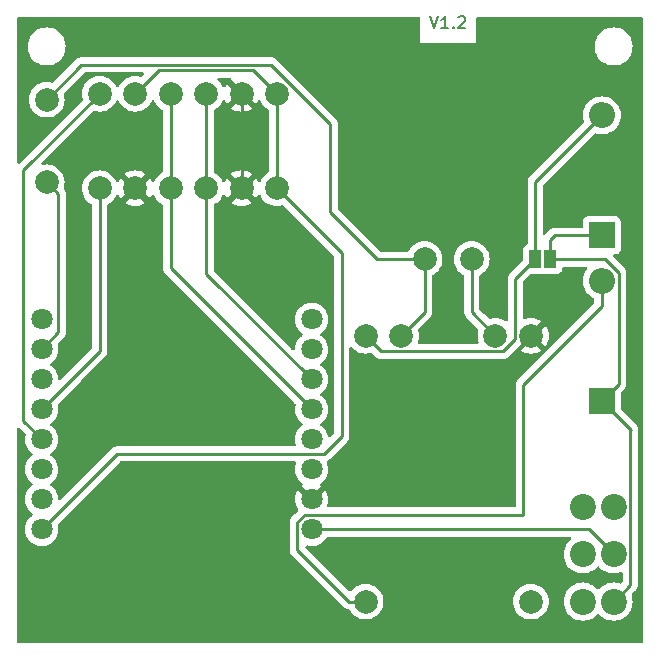
<source format=gtl>
G04 #@! TF.GenerationSoftware,KiCad,Pcbnew,(6.0.0)*
G04 #@! TF.CreationDate,2022-01-19T17:04:22-05:00*
G04 #@! TF.ProjectId,SlimeVRMotherBoard,536c696d-6556-4524-9d6f-74686572426f,V1.2*
G04 #@! TF.SameCoordinates,Original*
G04 #@! TF.FileFunction,Copper,L1,Top*
G04 #@! TF.FilePolarity,Positive*
%FSLAX46Y46*%
G04 Gerber Fmt 4.6, Leading zero omitted, Abs format (unit mm)*
G04 Created by KiCad (PCBNEW (6.0.0)) date 2022-01-19 17:04:22*
%MOMM*%
%LPD*%
G01*
G04 APERTURE LIST*
%ADD10C,0.150000*%
G04 #@! TA.AperFunction,NonConductor*
%ADD11C,0.150000*%
G04 #@! TD*
G04 #@! TA.AperFunction,ComponentPad*
%ADD12C,2.200000*%
G04 #@! TD*
G04 #@! TA.AperFunction,ComponentPad*
%ADD13C,2.000000*%
G04 #@! TD*
G04 #@! TA.AperFunction,SMDPad,CuDef*
%ADD14R,1.000000X1.500000*%
G04 #@! TD*
G04 #@! TA.AperFunction,ComponentPad*
%ADD15O,2.200000X2.200000*%
G04 #@! TD*
G04 #@! TA.AperFunction,ComponentPad*
%ADD16R,2.200000X2.200000*%
G04 #@! TD*
G04 #@! TA.AperFunction,ComponentPad*
%ADD17C,1.800000*%
G04 #@! TD*
G04 #@! TA.AperFunction,Conductor*
%ADD18C,0.250000*%
G04 #@! TD*
G04 APERTURE END LIST*
D10*
D11*
X169476190Y-95452380D02*
X169809523Y-96452380D01*
X170142857Y-95452380D01*
X171000000Y-96452380D02*
X170428571Y-96452380D01*
X170714285Y-96452380D02*
X170714285Y-95452380D01*
X170619047Y-95595238D01*
X170523809Y-95690476D01*
X170428571Y-95738095D01*
X171428571Y-96357142D02*
X171476190Y-96404761D01*
X171428571Y-96452380D01*
X171380952Y-96404761D01*
X171428571Y-96357142D01*
X171428571Y-96452380D01*
X171857142Y-95547619D02*
X171904761Y-95500000D01*
X172000000Y-95452380D01*
X172238095Y-95452380D01*
X172333333Y-95500000D01*
X172380952Y-95547619D01*
X172428571Y-95642857D01*
X172428571Y-95738095D01*
X172380952Y-95880952D01*
X171809523Y-96452380D01*
X172428571Y-96452380D01*
D12*
X185000000Y-141000000D03*
X185000000Y-145000000D03*
X185000000Y-137000000D03*
X182400000Y-141000000D03*
X182400000Y-145000000D03*
X182400000Y-137000000D03*
D13*
X137000000Y-109500000D03*
X137000000Y-102500000D03*
D14*
X178350000Y-116000000D03*
X179650000Y-116000000D03*
D15*
X184000000Y-103840000D03*
D16*
X184000000Y-114000000D03*
D15*
X184000000Y-117840000D03*
D16*
X184000000Y-128000000D03*
D13*
X173000000Y-116000000D03*
X169000000Y-116000000D03*
D17*
X136570000Y-138890000D03*
X159430000Y-138890000D03*
X136570000Y-136350000D03*
X159430000Y-136350000D03*
X136570000Y-133810000D03*
X159430000Y-133810000D03*
X136570000Y-131270000D03*
X159430000Y-131270000D03*
X136570000Y-128730000D03*
X159430000Y-128730000D03*
X136570000Y-126190000D03*
X159430000Y-126190000D03*
X136570000Y-123650000D03*
X159430000Y-123650000D03*
X136570000Y-121110000D03*
X159430000Y-121110000D03*
D13*
X150500000Y-110000000D03*
X153500000Y-110000000D03*
X156500000Y-110000000D03*
X147500000Y-110000000D03*
X144500000Y-110000000D03*
X141500000Y-110000000D03*
X141500000Y-102000000D03*
X144500000Y-102000000D03*
X147500000Y-102000000D03*
X156500000Y-102000000D03*
X153500000Y-102000000D03*
X150500000Y-102000000D03*
X178000000Y-122500000D03*
X175000000Y-122500000D03*
X164000000Y-145000000D03*
X178000000Y-145000000D03*
X164000000Y-122500000D03*
X167000000Y-122500000D03*
D18*
X186424511Y-130484735D02*
X186454623Y-130454623D01*
X186424511Y-143575489D02*
X186424511Y-130484735D01*
X185000000Y-145000000D02*
X186424511Y-143575489D01*
X182890000Y-138890000D02*
X185000000Y-141000000D01*
X159430000Y-138890000D02*
X182890000Y-138890000D01*
X173000000Y-120500000D02*
X175000000Y-122500000D01*
X173000000Y-116000000D02*
X173000000Y-120500000D01*
X156010992Y-99549990D02*
X161000000Y-104538998D01*
X139950010Y-99549990D02*
X156010992Y-99549990D01*
X137000000Y-102500000D02*
X139950010Y-99549990D01*
X161000000Y-104538998D02*
X161000000Y-112000000D01*
X165000000Y-116000000D02*
X169000000Y-116000000D01*
X161000000Y-112000000D02*
X165000000Y-116000000D01*
X169000000Y-120500000D02*
X167000000Y-122500000D01*
X169000000Y-116000000D02*
X169000000Y-120500000D01*
X153500000Y-102000000D02*
X153500000Y-110000000D01*
X156500000Y-102000000D02*
X156500000Y-110000000D01*
X162000000Y-115500000D02*
X156500000Y-110000000D01*
X160504999Y-132495001D02*
X162000000Y-131000000D01*
X162000000Y-131000000D02*
X162000000Y-115500000D01*
X142964999Y-132495001D02*
X160504999Y-132495001D01*
X136570000Y-138890000D02*
X142964999Y-132495001D01*
X156500000Y-102000000D02*
X154500000Y-100000000D01*
X146500000Y-100000000D02*
X144500000Y-102000000D01*
X154500000Y-100000000D02*
X146500000Y-100000000D01*
X136570000Y-131270000D02*
X135000000Y-129700000D01*
X135000000Y-108500000D02*
X141500000Y-102000000D01*
X135000000Y-129700000D02*
X135000000Y-108500000D01*
X141500000Y-123800000D02*
X141500000Y-110000000D01*
X136570000Y-128730000D02*
X141500000Y-123800000D01*
X147500000Y-102000000D02*
X147500000Y-110000000D01*
X147500000Y-116800000D02*
X147500000Y-110000000D01*
X159430000Y-128730000D02*
X147500000Y-116800000D01*
X150500000Y-110000000D02*
X150500000Y-102000000D01*
X150500000Y-117260000D02*
X150500000Y-110000000D01*
X159430000Y-126190000D02*
X150500000Y-117260000D01*
X184000000Y-118461002D02*
X184000000Y-117840000D01*
X184000000Y-120000000D02*
X184000000Y-117840000D01*
X177335001Y-126664999D02*
X184000000Y-120000000D01*
X177335001Y-137664999D02*
X177335001Y-126664999D01*
X158841999Y-137664999D02*
X177335001Y-137664999D01*
X158204999Y-138301999D02*
X158841999Y-137664999D01*
X158204999Y-140619212D02*
X158204999Y-138301999D01*
X162585787Y-145000000D02*
X158204999Y-140619212D01*
X164000000Y-145000000D02*
X162585787Y-145000000D01*
X185425001Y-126574999D02*
X184000000Y-128000000D01*
X185425001Y-117155999D02*
X185425001Y-126574999D01*
X179650000Y-116000000D02*
X179650000Y-115350000D01*
X186454623Y-130454623D02*
X184000000Y-128000000D01*
X179650000Y-116000000D02*
X182000000Y-116000000D01*
X184269002Y-116000000D02*
X185425001Y-117155999D01*
X179650000Y-116000000D02*
X184269002Y-116000000D01*
X179650000Y-116000000D02*
X179650000Y-114350000D01*
X180000000Y-114000000D02*
X184000000Y-114000000D01*
X179650000Y-114350000D02*
X180000000Y-114000000D01*
X178350000Y-109490000D02*
X184000000Y-103840000D01*
X178350000Y-116000000D02*
X178350000Y-109490000D01*
X175636001Y-123825001D02*
X165325001Y-123825001D01*
X176674999Y-117675001D02*
X176674999Y-122786003D01*
X165325001Y-123825001D02*
X164000000Y-122500000D01*
X176674999Y-122786003D02*
X175636001Y-123825001D01*
X178350000Y-116000000D02*
X176674999Y-117675001D01*
X137999999Y-122220001D02*
X136570000Y-123650000D01*
X137999999Y-110499999D02*
X137999999Y-122220001D01*
X137000000Y-109500000D02*
X137999999Y-110499999D01*
G04 #@! TA.AperFunction,Conductor*
G36*
X168590074Y-95528002D02*
G01*
X168636567Y-95581658D01*
X168647953Y-95634000D01*
X168647953Y-97688000D01*
X173352048Y-97688000D01*
X173352048Y-95634000D01*
X173372050Y-95565879D01*
X173425706Y-95519386D01*
X173478048Y-95508000D01*
X187366000Y-95508000D01*
X187434121Y-95528002D01*
X187480614Y-95581658D01*
X187492000Y-95634000D01*
X187492000Y-148366000D01*
X187471998Y-148434121D01*
X187418342Y-148480614D01*
X187366000Y-148492000D01*
X134634000Y-148492000D01*
X134565879Y-148471998D01*
X134519386Y-148418342D01*
X134508000Y-148366000D01*
X134508000Y-130408094D01*
X134528002Y-130339973D01*
X134581658Y-130293480D01*
X134651932Y-130283376D01*
X134716512Y-130312870D01*
X134723095Y-130318999D01*
X135179154Y-130775058D01*
X135213180Y-130837370D01*
X135211476Y-130897825D01*
X135181707Y-131005169D01*
X135157095Y-131235469D01*
X135157392Y-131240622D01*
X135157392Y-131240625D01*
X135165850Y-131387313D01*
X135170427Y-131466697D01*
X135171564Y-131471743D01*
X135171565Y-131471749D01*
X135201370Y-131604000D01*
X135221346Y-131692642D01*
X135223288Y-131697424D01*
X135223289Y-131697428D01*
X135295611Y-131875534D01*
X135308484Y-131907237D01*
X135429501Y-132104719D01*
X135581147Y-132279784D01*
X135759349Y-132427730D01*
X135763819Y-132430342D01*
X135767511Y-132432500D01*
X135816232Y-132484140D01*
X135829301Y-132553924D01*
X135802566Y-132619694D01*
X135779589Y-132642045D01*
X135631655Y-132753117D01*
X135471639Y-132920564D01*
X135468725Y-132924836D01*
X135468724Y-132924837D01*
X135453152Y-132947665D01*
X135341119Y-133111899D01*
X135243602Y-133321981D01*
X135181707Y-133545169D01*
X135157095Y-133775469D01*
X135157392Y-133780622D01*
X135157392Y-133780625D01*
X135163067Y-133879041D01*
X135170427Y-134006697D01*
X135171564Y-134011743D01*
X135171565Y-134011749D01*
X135203741Y-134154523D01*
X135221346Y-134232642D01*
X135223288Y-134237424D01*
X135223289Y-134237428D01*
X135306540Y-134442450D01*
X135308484Y-134447237D01*
X135429501Y-134644719D01*
X135581147Y-134819784D01*
X135759349Y-134967730D01*
X135763819Y-134970342D01*
X135767511Y-134972500D01*
X135816232Y-135024140D01*
X135829301Y-135093924D01*
X135802566Y-135159694D01*
X135779589Y-135182045D01*
X135631655Y-135293117D01*
X135471639Y-135460564D01*
X135468725Y-135464836D01*
X135468724Y-135464837D01*
X135453152Y-135487665D01*
X135341119Y-135651899D01*
X135243602Y-135861981D01*
X135181707Y-136085169D01*
X135157095Y-136315469D01*
X135157392Y-136320622D01*
X135157392Y-136320625D01*
X135170129Y-136541529D01*
X135170427Y-136546697D01*
X135171564Y-136551743D01*
X135171565Y-136551749D01*
X135203741Y-136694523D01*
X135221346Y-136772642D01*
X135223288Y-136777424D01*
X135223289Y-136777428D01*
X135302955Y-136973620D01*
X135308484Y-136987237D01*
X135429501Y-137184719D01*
X135581147Y-137359784D01*
X135759349Y-137507730D01*
X135763819Y-137510342D01*
X135767511Y-137512500D01*
X135816232Y-137564140D01*
X135829301Y-137633924D01*
X135802566Y-137699694D01*
X135779589Y-137722045D01*
X135760041Y-137736722D01*
X135654746Y-137815780D01*
X135631655Y-137833117D01*
X135604935Y-137861078D01*
X135500180Y-137970698D01*
X135471639Y-138000564D01*
X135468725Y-138004836D01*
X135468724Y-138004837D01*
X135444519Y-138040320D01*
X135341119Y-138191899D01*
X135243602Y-138401981D01*
X135181707Y-138625169D01*
X135157095Y-138855469D01*
X135157392Y-138860622D01*
X135157392Y-138860625D01*
X135163067Y-138959041D01*
X135170427Y-139086697D01*
X135171564Y-139091743D01*
X135171565Y-139091749D01*
X135203741Y-139234523D01*
X135221346Y-139312642D01*
X135223288Y-139317424D01*
X135223289Y-139317428D01*
X135275891Y-139446971D01*
X135308484Y-139527237D01*
X135429501Y-139724719D01*
X135581147Y-139899784D01*
X135759349Y-140047730D01*
X135959322Y-140164584D01*
X136175694Y-140247209D01*
X136180760Y-140248240D01*
X136180761Y-140248240D01*
X136233846Y-140259040D01*
X136402656Y-140293385D01*
X136533324Y-140298176D01*
X136628949Y-140301683D01*
X136628953Y-140301683D01*
X136634113Y-140301872D01*
X136639233Y-140301216D01*
X136639235Y-140301216D01*
X136712270Y-140291860D01*
X136863847Y-140272442D01*
X136868795Y-140270957D01*
X136868802Y-140270956D01*
X137080747Y-140207369D01*
X137085690Y-140205886D01*
X137166236Y-140166427D01*
X137289049Y-140106262D01*
X137289052Y-140106260D01*
X137293684Y-140103991D01*
X137482243Y-139969494D01*
X137646303Y-139806005D01*
X137781458Y-139617917D01*
X137828641Y-139522450D01*
X137881784Y-139414922D01*
X137881785Y-139414920D01*
X137884078Y-139410280D01*
X137951408Y-139188671D01*
X137981640Y-138959041D01*
X137983327Y-138890000D01*
X137964349Y-138659167D01*
X137928026Y-138514560D01*
X137930830Y-138443618D01*
X137961135Y-138394769D01*
X143190498Y-133165406D01*
X143252810Y-133131380D01*
X143279593Y-133128501D01*
X157996013Y-133128501D01*
X158064134Y-133148503D01*
X158110627Y-133202159D01*
X158120731Y-133272433D01*
X158110301Y-133307549D01*
X158103602Y-133321981D01*
X158041707Y-133545169D01*
X158017095Y-133775469D01*
X158017392Y-133780622D01*
X158017392Y-133780625D01*
X158023067Y-133879041D01*
X158030427Y-134006697D01*
X158031564Y-134011743D01*
X158031565Y-134011749D01*
X158063741Y-134154523D01*
X158081346Y-134232642D01*
X158083288Y-134237424D01*
X158083289Y-134237428D01*
X158166540Y-134442450D01*
X158168484Y-134447237D01*
X158289501Y-134644719D01*
X158441147Y-134819784D01*
X158619349Y-134967730D01*
X158623814Y-134970339D01*
X158627979Y-134972773D01*
X158676700Y-135024414D01*
X158689767Y-135094198D01*
X158663033Y-135159968D01*
X158646323Y-135176221D01*
X158635508Y-135190711D01*
X158642251Y-135203040D01*
X159417189Y-135977979D01*
X159431132Y-135985592D01*
X159432966Y-135985461D01*
X159439580Y-135981210D01*
X160218994Y-135201795D01*
X160226011Y-135188944D01*
X160218237Y-135178275D01*
X160216655Y-135177025D01*
X160175592Y-135119109D01*
X160172359Y-135048186D01*
X160207983Y-134986774D01*
X160221578Y-134975563D01*
X160237193Y-134964425D01*
X160342243Y-134889494D01*
X160506303Y-134726005D01*
X160641458Y-134537917D01*
X160688641Y-134442450D01*
X160741784Y-134334922D01*
X160741785Y-134334920D01*
X160744078Y-134330280D01*
X160811408Y-134108671D01*
X160841640Y-133879041D01*
X160843327Y-133810000D01*
X160837032Y-133733434D01*
X160824773Y-133584318D01*
X160824772Y-133584312D01*
X160824349Y-133579167D01*
X160775579Y-133385003D01*
X160769184Y-133359544D01*
X160769183Y-133359540D01*
X160767925Y-133354533D01*
X160765866Y-133349797D01*
X160765864Y-133349791D01*
X160715788Y-133234626D01*
X160706967Y-133164179D01*
X160737634Y-133100147D01*
X160767191Y-133075933D01*
X160776034Y-133070704D01*
X160793775Y-133062013D01*
X160812616Y-133054553D01*
X160831900Y-133040543D01*
X160848386Y-133028565D01*
X160858306Y-133022049D01*
X160889534Y-133003581D01*
X160889537Y-133003579D01*
X160896361Y-132999543D01*
X160910682Y-132985222D01*
X160925716Y-132972381D01*
X160935693Y-132965132D01*
X160942106Y-132960473D01*
X160970297Y-132926396D01*
X160978287Y-132917617D01*
X162392247Y-131503657D01*
X162400537Y-131496113D01*
X162407018Y-131492000D01*
X162453659Y-131442332D01*
X162456413Y-131439491D01*
X162476135Y-131419769D01*
X162478619Y-131416567D01*
X162486317Y-131407555D01*
X162511161Y-131381098D01*
X162516586Y-131375321D01*
X162526347Y-131357566D01*
X162537198Y-131341047D01*
X162549614Y-131325041D01*
X162567174Y-131284463D01*
X162572391Y-131273813D01*
X162593695Y-131235060D01*
X162598733Y-131215437D01*
X162605137Y-131196734D01*
X162610033Y-131185420D01*
X162610033Y-131185419D01*
X162613181Y-131178145D01*
X162614420Y-131170322D01*
X162614423Y-131170312D01*
X162620099Y-131134476D01*
X162622505Y-131122856D01*
X162631528Y-131087711D01*
X162631528Y-131087710D01*
X162633500Y-131080030D01*
X162633500Y-131059776D01*
X162635051Y-131040065D01*
X162636980Y-131027886D01*
X162638220Y-131020057D01*
X162634059Y-130976038D01*
X162633500Y-130964181D01*
X162633500Y-123564314D01*
X162653502Y-123496193D01*
X162707158Y-123449700D01*
X162777432Y-123439596D01*
X162842012Y-123469090D01*
X162855311Y-123482484D01*
X162926818Y-123566208D01*
X162926823Y-123566213D01*
X162930031Y-123569969D01*
X163110584Y-123724176D01*
X163114792Y-123726755D01*
X163114798Y-123726759D01*
X163279822Y-123827886D01*
X163313037Y-123848240D01*
X163317607Y-123850133D01*
X163317611Y-123850135D01*
X163527833Y-123937211D01*
X163532406Y-123939105D01*
X163592853Y-123953617D01*
X163758476Y-123993380D01*
X163758482Y-123993381D01*
X163763289Y-123994535D01*
X164000000Y-124013165D01*
X164236711Y-123994535D01*
X164241518Y-123993381D01*
X164241524Y-123993380D01*
X164459951Y-123940940D01*
X164530859Y-123944487D01*
X164578460Y-123974364D01*
X164821344Y-124217248D01*
X164828888Y-124225538D01*
X164833001Y-124232019D01*
X164838778Y-124237444D01*
X164882668Y-124278659D01*
X164885510Y-124281414D01*
X164905231Y-124301135D01*
X164908426Y-124303613D01*
X164917448Y-124311319D01*
X164949680Y-124341587D01*
X164956629Y-124345407D01*
X164967433Y-124351347D01*
X164983957Y-124362200D01*
X164999960Y-124374614D01*
X165040544Y-124392177D01*
X165051174Y-124397384D01*
X165089941Y-124418696D01*
X165097618Y-124420667D01*
X165097623Y-124420669D01*
X165109559Y-124423733D01*
X165128267Y-124430138D01*
X165146856Y-124438182D01*
X165154681Y-124439421D01*
X165154683Y-124439422D01*
X165190520Y-124445098D01*
X165202141Y-124447505D01*
X165233960Y-124455674D01*
X165244971Y-124458501D01*
X165265232Y-124458501D01*
X165284941Y-124460052D01*
X165304944Y-124463220D01*
X165312836Y-124462474D01*
X165318063Y-124461980D01*
X165348955Y-124459060D01*
X165360812Y-124458501D01*
X175557234Y-124458501D01*
X175568417Y-124459028D01*
X175575910Y-124460703D01*
X175583836Y-124460454D01*
X175583837Y-124460454D01*
X175643987Y-124458563D01*
X175647946Y-124458501D01*
X175675857Y-124458501D01*
X175679792Y-124458004D01*
X175679857Y-124457996D01*
X175691694Y-124457063D01*
X175723952Y-124456049D01*
X175727971Y-124455923D01*
X175735890Y-124455674D01*
X175755344Y-124450022D01*
X175774701Y-124446014D01*
X175786931Y-124444469D01*
X175786932Y-124444469D01*
X175794798Y-124443475D01*
X175802169Y-124440556D01*
X175802171Y-124440556D01*
X175835913Y-124427197D01*
X175847143Y-124423352D01*
X175881984Y-124413230D01*
X175881985Y-124413230D01*
X175889594Y-124411019D01*
X175896413Y-124406986D01*
X175896418Y-124406984D01*
X175907029Y-124400708D01*
X175924777Y-124392013D01*
X175943618Y-124384553D01*
X175963988Y-124369754D01*
X175979388Y-124358565D01*
X175989308Y-124352049D01*
X176020536Y-124333581D01*
X176020539Y-124333579D01*
X176027363Y-124329543D01*
X176041684Y-124315222D01*
X176056718Y-124302381D01*
X176058433Y-124301135D01*
X176073108Y-124290473D01*
X176078158Y-124284369D01*
X176078163Y-124284364D01*
X176101294Y-124256403D01*
X176109284Y-124247622D01*
X176624237Y-123732670D01*
X177132160Y-123732670D01*
X177137887Y-123740320D01*
X177309042Y-123845205D01*
X177317837Y-123849687D01*
X177527988Y-123936734D01*
X177537373Y-123939783D01*
X177758554Y-123992885D01*
X177768301Y-123994428D01*
X177995070Y-124012275D01*
X178004930Y-124012275D01*
X178231699Y-123994428D01*
X178241446Y-123992885D01*
X178462627Y-123939783D01*
X178472012Y-123936734D01*
X178682163Y-123849687D01*
X178690958Y-123845205D01*
X178858445Y-123742568D01*
X178867907Y-123732110D01*
X178864124Y-123723334D01*
X178012812Y-122872022D01*
X177998868Y-122864408D01*
X177997035Y-122864539D01*
X177990420Y-122868790D01*
X177138920Y-123720290D01*
X177132160Y-123732670D01*
X176624237Y-123732670D01*
X177067257Y-123289650D01*
X177075536Y-123282116D01*
X177082017Y-123278003D01*
X177128643Y-123228351D01*
X177131397Y-123225510D01*
X177151134Y-123205773D01*
X177153614Y-123202576D01*
X177161319Y-123193554D01*
X177164847Y-123189797D01*
X177191585Y-123161324D01*
X177195404Y-123154378D01*
X177195406Y-123154375D01*
X177201347Y-123143569D01*
X177212198Y-123127050D01*
X177219757Y-123117304D01*
X177224613Y-123111044D01*
X177227758Y-123103775D01*
X177227761Y-123103771D01*
X177242173Y-123070466D01*
X177247390Y-123059816D01*
X177268694Y-123021063D01*
X177273732Y-123001440D01*
X177280136Y-122982737D01*
X177285032Y-122971423D01*
X177285032Y-122971422D01*
X177288180Y-122964148D01*
X177289419Y-122956325D01*
X177289422Y-122956315D01*
X177295098Y-122920479D01*
X177297504Y-122908859D01*
X177306529Y-122873707D01*
X177306529Y-122873705D01*
X177308499Y-122866034D01*
X177309082Y-122866184D01*
X177335208Y-122806279D01*
X177342737Y-122798053D01*
X177639658Y-122501132D01*
X178364408Y-122501132D01*
X178364539Y-122502965D01*
X178368790Y-122509580D01*
X179220290Y-123361080D01*
X179232670Y-123367840D01*
X179240320Y-123362113D01*
X179345205Y-123190958D01*
X179349687Y-123182163D01*
X179436734Y-122972012D01*
X179439783Y-122962627D01*
X179492885Y-122741446D01*
X179494428Y-122731699D01*
X179512275Y-122504930D01*
X179512275Y-122495070D01*
X179494428Y-122268301D01*
X179492885Y-122258554D01*
X179439783Y-122037373D01*
X179436734Y-122027988D01*
X179349687Y-121817837D01*
X179345205Y-121809042D01*
X179242568Y-121641555D01*
X179232110Y-121632093D01*
X179223334Y-121635876D01*
X178372022Y-122487188D01*
X178364408Y-122501132D01*
X177639658Y-122501132D01*
X178861080Y-121279710D01*
X178867840Y-121267330D01*
X178862113Y-121259680D01*
X178690958Y-121154795D01*
X178682163Y-121150313D01*
X178472012Y-121063266D01*
X178462627Y-121060217D01*
X178241446Y-121007115D01*
X178231699Y-121005572D01*
X178004930Y-120987725D01*
X177995070Y-120987725D01*
X177768301Y-121005572D01*
X177758554Y-121007115D01*
X177537373Y-121060217D01*
X177527988Y-121063266D01*
X177482717Y-121082018D01*
X177412127Y-121089607D01*
X177348640Y-121057828D01*
X177312413Y-120996769D01*
X177308499Y-120965609D01*
X177308499Y-117989596D01*
X177328501Y-117921475D01*
X177345404Y-117900500D01*
X177950501Y-117295404D01*
X178012813Y-117261379D01*
X178039596Y-117258500D01*
X178898134Y-117258500D01*
X178960316Y-117251745D01*
X178967715Y-117248971D01*
X178970854Y-117248225D01*
X179029146Y-117248225D01*
X179032285Y-117248971D01*
X179039684Y-117251745D01*
X179101866Y-117258500D01*
X180198134Y-117258500D01*
X180260316Y-117251745D01*
X180396705Y-117200615D01*
X180513261Y-117113261D01*
X180600615Y-116996705D01*
X180651745Y-116860316D01*
X180658500Y-116798134D01*
X180658500Y-116759500D01*
X180678502Y-116691379D01*
X180732158Y-116644886D01*
X180784500Y-116633500D01*
X182641815Y-116633500D01*
X182709936Y-116653502D01*
X182756429Y-116707158D01*
X182766533Y-116777432D01*
X182737626Y-116841330D01*
X182697888Y-116887858D01*
X182694672Y-116891624D01*
X182562384Y-117107498D01*
X182560491Y-117112068D01*
X182560489Y-117112072D01*
X182482707Y-117299856D01*
X182465495Y-117341409D01*
X182451741Y-117398700D01*
X182411188Y-117567617D01*
X182406391Y-117587597D01*
X182386526Y-117840000D01*
X182406391Y-118092403D01*
X182465495Y-118338591D01*
X182562384Y-118572502D01*
X182694672Y-118788376D01*
X182859102Y-118980898D01*
X183051624Y-119145328D01*
X183267498Y-119277616D01*
X183272073Y-119279511D01*
X183272075Y-119279512D01*
X183288720Y-119286407D01*
X183344000Y-119330956D01*
X183366500Y-119402815D01*
X183366500Y-119685406D01*
X183346498Y-119753527D01*
X183329595Y-119774501D01*
X180132672Y-122971423D01*
X176942748Y-126161347D01*
X176934462Y-126168887D01*
X176927983Y-126172999D01*
X176922558Y-126178776D01*
X176881358Y-126222650D01*
X176878603Y-126225492D01*
X176858866Y-126245229D01*
X176856386Y-126248426D01*
X176848683Y-126257446D01*
X176818415Y-126289678D01*
X176814596Y-126296624D01*
X176814594Y-126296627D01*
X176808653Y-126307433D01*
X176797802Y-126323952D01*
X176785387Y-126339958D01*
X176782242Y-126347227D01*
X176782239Y-126347231D01*
X176767827Y-126380536D01*
X176762610Y-126391186D01*
X176741306Y-126429939D01*
X176739335Y-126437614D01*
X176739335Y-126437615D01*
X176736268Y-126449561D01*
X176729864Y-126468265D01*
X176721820Y-126486854D01*
X176720581Y-126494677D01*
X176720578Y-126494687D01*
X176714902Y-126530523D01*
X176712496Y-126542143D01*
X176703473Y-126577288D01*
X176701501Y-126584969D01*
X176701501Y-126605223D01*
X176699950Y-126624933D01*
X176696781Y-126644942D01*
X176697527Y-126652834D01*
X176700942Y-126688960D01*
X176701501Y-126700818D01*
X176701501Y-136905499D01*
X176681499Y-136973620D01*
X176627843Y-137020113D01*
X176575501Y-137031499D01*
X160864542Y-137031499D01*
X160796421Y-137011497D01*
X160749928Y-136957841D01*
X160739824Y-136887567D01*
X160743984Y-136868870D01*
X160809415Y-136653516D01*
X160811594Y-136643436D01*
X160840702Y-136422338D01*
X160841221Y-136415663D01*
X160842744Y-136353364D01*
X160842550Y-136346646D01*
X160824279Y-136124400D01*
X160822596Y-136114238D01*
X160768710Y-135899708D01*
X160765389Y-135889953D01*
X160677193Y-135687118D01*
X160672315Y-135678020D01*
X160599224Y-135565038D01*
X160588538Y-135555835D01*
X160578973Y-135560238D01*
X159519095Y-136620115D01*
X159456783Y-136654141D01*
X159385967Y-136649076D01*
X159340905Y-136620115D01*
X158283866Y-135563077D01*
X158272329Y-135556777D01*
X158260048Y-135566399D01*
X158204467Y-135647877D01*
X158199379Y-135656833D01*
X158106252Y-135857459D01*
X158102689Y-135867146D01*
X158043581Y-136080280D01*
X158041650Y-136090400D01*
X158018145Y-136310349D01*
X158017893Y-136320638D01*
X158030627Y-136541468D01*
X158032061Y-136551670D01*
X158080685Y-136767439D01*
X158083773Y-136777292D01*
X158166989Y-136982226D01*
X158171629Y-136991413D01*
X158289905Y-137184423D01*
X158287784Y-137185723D01*
X158308323Y-137242881D01*
X158292399Y-137312068D01*
X158271641Y-137339453D01*
X157988988Y-137622105D01*
X157812741Y-137798352D01*
X157804462Y-137805886D01*
X157797981Y-137809999D01*
X157779188Y-137830012D01*
X157751356Y-137859650D01*
X157748601Y-137862492D01*
X157728864Y-137882229D01*
X157726384Y-137885426D01*
X157718681Y-137894446D01*
X157688413Y-137926678D01*
X157684594Y-137933624D01*
X157684592Y-137933627D01*
X157678651Y-137944433D01*
X157667800Y-137960952D01*
X157655385Y-137976958D01*
X157652240Y-137984227D01*
X157652237Y-137984231D01*
X157637825Y-138017536D01*
X157632608Y-138028186D01*
X157611304Y-138066939D01*
X157609333Y-138074614D01*
X157609333Y-138074615D01*
X157606266Y-138086561D01*
X157599862Y-138105265D01*
X157591818Y-138123854D01*
X157590579Y-138131677D01*
X157590576Y-138131687D01*
X157584900Y-138167523D01*
X157582494Y-138179143D01*
X157573471Y-138214288D01*
X157571499Y-138221969D01*
X157571499Y-138242223D01*
X157569948Y-138261933D01*
X157566779Y-138281942D01*
X157567525Y-138289834D01*
X157570940Y-138325960D01*
X157571499Y-138337818D01*
X157571499Y-140540445D01*
X157570972Y-140551628D01*
X157569297Y-140559121D01*
X157569546Y-140567047D01*
X157569546Y-140567048D01*
X157571437Y-140627198D01*
X157571499Y-140631157D01*
X157571499Y-140659068D01*
X157571996Y-140663002D01*
X157571996Y-140663003D01*
X157572004Y-140663068D01*
X157572937Y-140674905D01*
X157574326Y-140719101D01*
X157579977Y-140738551D01*
X157583986Y-140757912D01*
X157586525Y-140778009D01*
X157589444Y-140785380D01*
X157589444Y-140785382D01*
X157602803Y-140819124D01*
X157606648Y-140830354D01*
X157618981Y-140872805D01*
X157623014Y-140879624D01*
X157623016Y-140879629D01*
X157629292Y-140890240D01*
X157637987Y-140907988D01*
X157645447Y-140926829D01*
X157650109Y-140933245D01*
X157650109Y-140933246D01*
X157671435Y-140962599D01*
X157677951Y-140972519D01*
X157691288Y-140995070D01*
X157700457Y-141010574D01*
X157714778Y-141024895D01*
X157727618Y-141039928D01*
X157739527Y-141056319D01*
X157745633Y-141061370D01*
X157773604Y-141084510D01*
X157782383Y-141092500D01*
X162082135Y-145392253D01*
X162089675Y-145400539D01*
X162093787Y-145407018D01*
X162099564Y-145412443D01*
X162143438Y-145453643D01*
X162146280Y-145456398D01*
X162166017Y-145476135D01*
X162169214Y-145478615D01*
X162178234Y-145486318D01*
X162210466Y-145516586D01*
X162217412Y-145520405D01*
X162217415Y-145520407D01*
X162228221Y-145526348D01*
X162244740Y-145537199D01*
X162260746Y-145549614D01*
X162268015Y-145552759D01*
X162268019Y-145552762D01*
X162301324Y-145567174D01*
X162311974Y-145572391D01*
X162350727Y-145593695D01*
X162358402Y-145595666D01*
X162358403Y-145595666D01*
X162370349Y-145598733D01*
X162389054Y-145605137D01*
X162407642Y-145613181D01*
X162415465Y-145614420D01*
X162415475Y-145614423D01*
X162451311Y-145620099D01*
X162462931Y-145622505D01*
X162498076Y-145631528D01*
X162505757Y-145633500D01*
X162526011Y-145633500D01*
X162545722Y-145635051D01*
X162565730Y-145638220D01*
X162565375Y-145640464D01*
X162621887Y-145659009D01*
X162657894Y-145696973D01*
X162775824Y-145889416D01*
X162930031Y-146069969D01*
X163110584Y-146224176D01*
X163114792Y-146226755D01*
X163114798Y-146226759D01*
X163308817Y-146345654D01*
X163313037Y-146348240D01*
X163317607Y-146350133D01*
X163317611Y-146350135D01*
X163522568Y-146435030D01*
X163532406Y-146439105D01*
X163612609Y-146458360D01*
X163758476Y-146493380D01*
X163758482Y-146493381D01*
X163763289Y-146494535D01*
X164000000Y-146513165D01*
X164236711Y-146494535D01*
X164241518Y-146493381D01*
X164241524Y-146493380D01*
X164387391Y-146458360D01*
X164467594Y-146439105D01*
X164477432Y-146435030D01*
X164682389Y-146350135D01*
X164682393Y-146350133D01*
X164686963Y-146348240D01*
X164691183Y-146345654D01*
X164885202Y-146226759D01*
X164885208Y-146226755D01*
X164889416Y-146224176D01*
X165069969Y-146069969D01*
X165224176Y-145889416D01*
X165226755Y-145885208D01*
X165226759Y-145885202D01*
X165345654Y-145691183D01*
X165348240Y-145686963D01*
X165367501Y-145640464D01*
X165437211Y-145472167D01*
X165437212Y-145472165D01*
X165439105Y-145467594D01*
X165458360Y-145387391D01*
X165493380Y-145241524D01*
X165493381Y-145241518D01*
X165494535Y-145236711D01*
X165513165Y-145000000D01*
X176486835Y-145000000D01*
X176505465Y-145236711D01*
X176506619Y-145241518D01*
X176506620Y-145241524D01*
X176541640Y-145387391D01*
X176560895Y-145467594D01*
X176562788Y-145472165D01*
X176562789Y-145472167D01*
X176632500Y-145640464D01*
X176651760Y-145686963D01*
X176654346Y-145691183D01*
X176773241Y-145885202D01*
X176773245Y-145885208D01*
X176775824Y-145889416D01*
X176930031Y-146069969D01*
X177110584Y-146224176D01*
X177114792Y-146226755D01*
X177114798Y-146226759D01*
X177308817Y-146345654D01*
X177313037Y-146348240D01*
X177317607Y-146350133D01*
X177317611Y-146350135D01*
X177522568Y-146435030D01*
X177532406Y-146439105D01*
X177612609Y-146458360D01*
X177758476Y-146493380D01*
X177758482Y-146493381D01*
X177763289Y-146494535D01*
X178000000Y-146513165D01*
X178236711Y-146494535D01*
X178241518Y-146493381D01*
X178241524Y-146493380D01*
X178387391Y-146458360D01*
X178467594Y-146439105D01*
X178477432Y-146435030D01*
X178682389Y-146350135D01*
X178682393Y-146350133D01*
X178686963Y-146348240D01*
X178691183Y-146345654D01*
X178885202Y-146226759D01*
X178885208Y-146226755D01*
X178889416Y-146224176D01*
X179069969Y-146069969D01*
X179224176Y-145889416D01*
X179226755Y-145885208D01*
X179226759Y-145885202D01*
X179345654Y-145691183D01*
X179348240Y-145686963D01*
X179367501Y-145640464D01*
X179437211Y-145472167D01*
X179437212Y-145472165D01*
X179439105Y-145467594D01*
X179458360Y-145387391D01*
X179493380Y-145241524D01*
X179493381Y-145241518D01*
X179494535Y-145236711D01*
X179513165Y-145000000D01*
X179494535Y-144763289D01*
X179491953Y-144752531D01*
X179440260Y-144537218D01*
X179439105Y-144532406D01*
X179385258Y-144402407D01*
X179350135Y-144317611D01*
X179350133Y-144317607D01*
X179348240Y-144313037D01*
X179345654Y-144308817D01*
X179226759Y-144114798D01*
X179226755Y-144114792D01*
X179224176Y-144110584D01*
X179069969Y-143930031D01*
X178889416Y-143775824D01*
X178885208Y-143773245D01*
X178885202Y-143773241D01*
X178691183Y-143654346D01*
X178686963Y-143651760D01*
X178682393Y-143649867D01*
X178682389Y-143649865D01*
X178472167Y-143562789D01*
X178472165Y-143562788D01*
X178467594Y-143560895D01*
X178379185Y-143539670D01*
X178241524Y-143506620D01*
X178241518Y-143506619D01*
X178236711Y-143505465D01*
X178000000Y-143486835D01*
X177763289Y-143505465D01*
X177758482Y-143506619D01*
X177758476Y-143506620D01*
X177620815Y-143539670D01*
X177532406Y-143560895D01*
X177527835Y-143562788D01*
X177527833Y-143562789D01*
X177317611Y-143649865D01*
X177317607Y-143649867D01*
X177313037Y-143651760D01*
X177308817Y-143654346D01*
X177114798Y-143773241D01*
X177114792Y-143773245D01*
X177110584Y-143775824D01*
X176930031Y-143930031D01*
X176775824Y-144110584D01*
X176773245Y-144114792D01*
X176773241Y-144114798D01*
X176654346Y-144308817D01*
X176651760Y-144313037D01*
X176649867Y-144317607D01*
X176649865Y-144317611D01*
X176614742Y-144402407D01*
X176560895Y-144532406D01*
X176559740Y-144537218D01*
X176508048Y-144752531D01*
X176505465Y-144763289D01*
X176486835Y-145000000D01*
X165513165Y-145000000D01*
X165494535Y-144763289D01*
X165491953Y-144752531D01*
X165440260Y-144537218D01*
X165439105Y-144532406D01*
X165385258Y-144402407D01*
X165350135Y-144317611D01*
X165350133Y-144317607D01*
X165348240Y-144313037D01*
X165345654Y-144308817D01*
X165226759Y-144114798D01*
X165226755Y-144114792D01*
X165224176Y-144110584D01*
X165069969Y-143930031D01*
X164889416Y-143775824D01*
X164885208Y-143773245D01*
X164885202Y-143773241D01*
X164691183Y-143654346D01*
X164686963Y-143651760D01*
X164682393Y-143649867D01*
X164682389Y-143649865D01*
X164472167Y-143562789D01*
X164472165Y-143562788D01*
X164467594Y-143560895D01*
X164379185Y-143539670D01*
X164241524Y-143506620D01*
X164241518Y-143506619D01*
X164236711Y-143505465D01*
X164000000Y-143486835D01*
X163763289Y-143505465D01*
X163758482Y-143506619D01*
X163758476Y-143506620D01*
X163620815Y-143539670D01*
X163532406Y-143560895D01*
X163527835Y-143562788D01*
X163527833Y-143562789D01*
X163317611Y-143649865D01*
X163317607Y-143649867D01*
X163313037Y-143651760D01*
X163308817Y-143654346D01*
X163114798Y-143773241D01*
X163114792Y-143773245D01*
X163110584Y-143775824D01*
X162930031Y-143930031D01*
X162926823Y-143933787D01*
X162779795Y-144105934D01*
X162720344Y-144144743D01*
X162649350Y-144145249D01*
X162594889Y-144113198D01*
X158946572Y-140464880D01*
X158912546Y-140402568D01*
X158917611Y-140331752D01*
X158960158Y-140274917D01*
X159026678Y-140250106D01*
X159060788Y-140252315D01*
X159257585Y-140292354D01*
X159257593Y-140292355D01*
X159262656Y-140293385D01*
X159393324Y-140298176D01*
X159488949Y-140301683D01*
X159488953Y-140301683D01*
X159494113Y-140301872D01*
X159499233Y-140301216D01*
X159499235Y-140301216D01*
X159572270Y-140291860D01*
X159723847Y-140272442D01*
X159728795Y-140270957D01*
X159728802Y-140270956D01*
X159940747Y-140207369D01*
X159945690Y-140205886D01*
X160026236Y-140166427D01*
X160149049Y-140106262D01*
X160149052Y-140106260D01*
X160153684Y-140103991D01*
X160342243Y-139969494D01*
X160506303Y-139806005D01*
X160641458Y-139617917D01*
X160653440Y-139593672D01*
X160701553Y-139541466D01*
X160766397Y-139523500D01*
X181310503Y-139523500D01*
X181378624Y-139543502D01*
X181425117Y-139597158D01*
X181435221Y-139667432D01*
X181405727Y-139732012D01*
X181392337Y-139745309D01*
X181259102Y-139859102D01*
X181094672Y-140051624D01*
X180962384Y-140267498D01*
X180960491Y-140272068D01*
X180960489Y-140272072D01*
X180935769Y-140331752D01*
X180865495Y-140501409D01*
X180854005Y-140549270D01*
X180808563Y-140738551D01*
X180806391Y-140747597D01*
X180786526Y-141000000D01*
X180806391Y-141252403D01*
X180865495Y-141498591D01*
X180962384Y-141732502D01*
X181094672Y-141948376D01*
X181259102Y-142140898D01*
X181451624Y-142305328D01*
X181667498Y-142437616D01*
X181672068Y-142439509D01*
X181672072Y-142439511D01*
X181841606Y-142509734D01*
X181901409Y-142534505D01*
X181986032Y-142554821D01*
X182142784Y-142592454D01*
X182142790Y-142592455D01*
X182147597Y-142593609D01*
X182400000Y-142613474D01*
X182652403Y-142593609D01*
X182657210Y-142592455D01*
X182657216Y-142592454D01*
X182813968Y-142554821D01*
X182898591Y-142534505D01*
X182958394Y-142509734D01*
X183127928Y-142439511D01*
X183127932Y-142439509D01*
X183132502Y-142437616D01*
X183348376Y-142305328D01*
X183540898Y-142140898D01*
X183604189Y-142066794D01*
X183663640Y-142027985D01*
X183734634Y-142027479D01*
X183795811Y-142066794D01*
X183859102Y-142140898D01*
X184051624Y-142305328D01*
X184267498Y-142437616D01*
X184272068Y-142439509D01*
X184272072Y-142439511D01*
X184441606Y-142509734D01*
X184501409Y-142534505D01*
X184586032Y-142554821D01*
X184742784Y-142592454D01*
X184742790Y-142592455D01*
X184747597Y-142593609D01*
X185000000Y-142613474D01*
X185252403Y-142593609D01*
X185257210Y-142592455D01*
X185257216Y-142592454D01*
X185413968Y-142554821D01*
X185498591Y-142534505D01*
X185616794Y-142485544D01*
X185687383Y-142477955D01*
X185750870Y-142509734D01*
X185787097Y-142570792D01*
X185791011Y-142601953D01*
X185791011Y-143260895D01*
X185771009Y-143329016D01*
X185754106Y-143349990D01*
X185657125Y-143446971D01*
X185594813Y-143480997D01*
X185519812Y-143474285D01*
X185503164Y-143467389D01*
X185503162Y-143467388D01*
X185498591Y-143465495D01*
X185413968Y-143445179D01*
X185257216Y-143407546D01*
X185257210Y-143407545D01*
X185252403Y-143406391D01*
X185000000Y-143386526D01*
X184747597Y-143406391D01*
X184742790Y-143407545D01*
X184742784Y-143407546D01*
X184586032Y-143445179D01*
X184501409Y-143465495D01*
X184496838Y-143467388D01*
X184496836Y-143467389D01*
X184272072Y-143560489D01*
X184272068Y-143560491D01*
X184267498Y-143562384D01*
X184051624Y-143694672D01*
X183859102Y-143859102D01*
X183855894Y-143862858D01*
X183795811Y-143933206D01*
X183736360Y-143972015D01*
X183665366Y-143972521D01*
X183604189Y-143933206D01*
X183544106Y-143862858D01*
X183540898Y-143859102D01*
X183348376Y-143694672D01*
X183132502Y-143562384D01*
X183127932Y-143560491D01*
X183127928Y-143560489D01*
X182903164Y-143467389D01*
X182903162Y-143467388D01*
X182898591Y-143465495D01*
X182813968Y-143445179D01*
X182657216Y-143407546D01*
X182657210Y-143407545D01*
X182652403Y-143406391D01*
X182400000Y-143386526D01*
X182147597Y-143406391D01*
X182142790Y-143407545D01*
X182142784Y-143407546D01*
X181986032Y-143445179D01*
X181901409Y-143465495D01*
X181896838Y-143467388D01*
X181896836Y-143467389D01*
X181672072Y-143560489D01*
X181672068Y-143560491D01*
X181667498Y-143562384D01*
X181451624Y-143694672D01*
X181259102Y-143859102D01*
X181094672Y-144051624D01*
X180962384Y-144267498D01*
X180960491Y-144272068D01*
X180960489Y-144272072D01*
X180867389Y-144496836D01*
X180865495Y-144501409D01*
X180806391Y-144747597D01*
X180786526Y-145000000D01*
X180806391Y-145252403D01*
X180865495Y-145498591D01*
X180867388Y-145503162D01*
X180867389Y-145503164D01*
X180947668Y-145696974D01*
X180962384Y-145732502D01*
X181094672Y-145948376D01*
X181259102Y-146140898D01*
X181451624Y-146305328D01*
X181667498Y-146437616D01*
X181672068Y-146439509D01*
X181672072Y-146439511D01*
X181896836Y-146532611D01*
X181901409Y-146534505D01*
X181986032Y-146554821D01*
X182142784Y-146592454D01*
X182142790Y-146592455D01*
X182147597Y-146593609D01*
X182400000Y-146613474D01*
X182652403Y-146593609D01*
X182657210Y-146592455D01*
X182657216Y-146592454D01*
X182813968Y-146554821D01*
X182898591Y-146534505D01*
X182903164Y-146532611D01*
X183127928Y-146439511D01*
X183127932Y-146439509D01*
X183132502Y-146437616D01*
X183348376Y-146305328D01*
X183540898Y-146140898D01*
X183604189Y-146066794D01*
X183663640Y-146027985D01*
X183734634Y-146027479D01*
X183795811Y-146066794D01*
X183859102Y-146140898D01*
X184051624Y-146305328D01*
X184267498Y-146437616D01*
X184272068Y-146439509D01*
X184272072Y-146439511D01*
X184496836Y-146532611D01*
X184501409Y-146534505D01*
X184586032Y-146554821D01*
X184742784Y-146592454D01*
X184742790Y-146592455D01*
X184747597Y-146593609D01*
X185000000Y-146613474D01*
X185252403Y-146593609D01*
X185257210Y-146592455D01*
X185257216Y-146592454D01*
X185413968Y-146554821D01*
X185498591Y-146534505D01*
X185503164Y-146532611D01*
X185727928Y-146439511D01*
X185727932Y-146439509D01*
X185732502Y-146437616D01*
X185948376Y-146305328D01*
X186140898Y-146140898D01*
X186305328Y-145948376D01*
X186437616Y-145732502D01*
X186452333Y-145696974D01*
X186532611Y-145503164D01*
X186532612Y-145503162D01*
X186534505Y-145498591D01*
X186593609Y-145252403D01*
X186613474Y-145000000D01*
X186593609Y-144747597D01*
X186534505Y-144501409D01*
X186525716Y-144480190D01*
X186518126Y-144409601D01*
X186553029Y-144342875D01*
X186671514Y-144224391D01*
X186816769Y-144079136D01*
X186825048Y-144071602D01*
X186831529Y-144067489D01*
X186878155Y-144017837D01*
X186880909Y-144014996D01*
X186900646Y-143995259D01*
X186903126Y-143992062D01*
X186910831Y-143983040D01*
X186935670Y-143956589D01*
X186941097Y-143950810D01*
X186944916Y-143943864D01*
X186944918Y-143943861D01*
X186950859Y-143933055D01*
X186961710Y-143916536D01*
X186969269Y-143906790D01*
X186974125Y-143900530D01*
X186977270Y-143893261D01*
X186977273Y-143893257D01*
X186991685Y-143859952D01*
X186996902Y-143849302D01*
X187018206Y-143810549D01*
X187023244Y-143790926D01*
X187029648Y-143772223D01*
X187034544Y-143760909D01*
X187034544Y-143760908D01*
X187037692Y-143753634D01*
X187038931Y-143745811D01*
X187038934Y-143745801D01*
X187044610Y-143709965D01*
X187047016Y-143698345D01*
X187056039Y-143663200D01*
X187056039Y-143663199D01*
X187058011Y-143655519D01*
X187058011Y-143635265D01*
X187059562Y-143615554D01*
X187061491Y-143603375D01*
X187062731Y-143595546D01*
X187058570Y-143551527D01*
X187058011Y-143539670D01*
X187058011Y-130680847D01*
X187063014Y-130645693D01*
X187064655Y-130640045D01*
X187067804Y-130632768D01*
X187076590Y-130577297D01*
X187078074Y-130569522D01*
X187088594Y-130522457D01*
X187090325Y-130514714D01*
X187090066Y-130506479D01*
X187091556Y-130482808D01*
X187091603Y-130482512D01*
X187091603Y-130482509D01*
X187092843Y-130474680D01*
X187092097Y-130466787D01*
X187087558Y-130418766D01*
X187087061Y-130410869D01*
X187085545Y-130362659D01*
X187085296Y-130354733D01*
X187082998Y-130346824D01*
X187078555Y-130323530D01*
X187078526Y-130323221D01*
X187078526Y-130323220D01*
X187077780Y-130315331D01*
X187058751Y-130262475D01*
X187056311Y-130254965D01*
X187042853Y-130208642D01*
X187042852Y-130208639D01*
X187040641Y-130201030D01*
X187036607Y-130194210D01*
X187036604Y-130194202D01*
X187036446Y-130193935D01*
X187026356Y-130172491D01*
X187026251Y-130172200D01*
X187026247Y-130172192D01*
X187023562Y-130164734D01*
X186991977Y-130118258D01*
X186987768Y-130111627D01*
X186959165Y-130063261D01*
X186953345Y-130057441D01*
X186938229Y-130039170D01*
X186938051Y-130038908D01*
X186938049Y-130038906D01*
X186933595Y-130032352D01*
X186927654Y-130027114D01*
X186927652Y-130027112D01*
X186891449Y-129995195D01*
X186885680Y-129989776D01*
X185645405Y-128749500D01*
X185611379Y-128687188D01*
X185608500Y-128660405D01*
X185608500Y-127339595D01*
X185628502Y-127271474D01*
X185645405Y-127250500D01*
X185817254Y-127078651D01*
X185825540Y-127071111D01*
X185832019Y-127066999D01*
X185878645Y-127017347D01*
X185881399Y-127014506D01*
X185901136Y-126994769D01*
X185903616Y-126991572D01*
X185911321Y-126982550D01*
X185936160Y-126956099D01*
X185941587Y-126950320D01*
X185945406Y-126943374D01*
X185945408Y-126943371D01*
X185951349Y-126932565D01*
X185962200Y-126916046D01*
X185969759Y-126906300D01*
X185974615Y-126900040D01*
X185977760Y-126892771D01*
X185977763Y-126892767D01*
X185992175Y-126859462D01*
X185997392Y-126848812D01*
X186018696Y-126810059D01*
X186023734Y-126790436D01*
X186030138Y-126771733D01*
X186035034Y-126760419D01*
X186035034Y-126760418D01*
X186038182Y-126753144D01*
X186039421Y-126745321D01*
X186039424Y-126745311D01*
X186045100Y-126709475D01*
X186047506Y-126697855D01*
X186056529Y-126662710D01*
X186056529Y-126662709D01*
X186058501Y-126655029D01*
X186058501Y-126634775D01*
X186060052Y-126615064D01*
X186061981Y-126602885D01*
X186063221Y-126595056D01*
X186062268Y-126584969D01*
X186059060Y-126551038D01*
X186058501Y-126539180D01*
X186058501Y-117234762D01*
X186059028Y-117223578D01*
X186060702Y-117216090D01*
X186058563Y-117148031D01*
X186058501Y-117144074D01*
X186058501Y-117116143D01*
X186057995Y-117112137D01*
X186057062Y-117100291D01*
X186055923Y-117064036D01*
X186055674Y-117056109D01*
X186050023Y-117036657D01*
X186046015Y-117017305D01*
X186044469Y-117005067D01*
X186044468Y-117005065D01*
X186043475Y-116997202D01*
X186027195Y-116956085D01*
X186023360Y-116944884D01*
X186011019Y-116902405D01*
X186006986Y-116895586D01*
X186006984Y-116895581D01*
X186000708Y-116884970D01*
X185992011Y-116867220D01*
X185984553Y-116848382D01*
X185979430Y-116841330D01*
X185958573Y-116812624D01*
X185952054Y-116802700D01*
X185933579Y-116771459D01*
X185933575Y-116771454D01*
X185929543Y-116764636D01*
X185915219Y-116750312D01*
X185902377Y-116735277D01*
X185890473Y-116718892D01*
X185856407Y-116690710D01*
X185847628Y-116682721D01*
X184988502Y-115823595D01*
X184954476Y-115761283D01*
X184959541Y-115690468D01*
X185002088Y-115633632D01*
X185068608Y-115608821D01*
X185077597Y-115608500D01*
X185148134Y-115608500D01*
X185210316Y-115601745D01*
X185346705Y-115550615D01*
X185463261Y-115463261D01*
X185550615Y-115346705D01*
X185601745Y-115210316D01*
X185608500Y-115148134D01*
X185608500Y-112851866D01*
X185601745Y-112789684D01*
X185550615Y-112653295D01*
X185463261Y-112536739D01*
X185346705Y-112449385D01*
X185210316Y-112398255D01*
X185148134Y-112391500D01*
X182851866Y-112391500D01*
X182789684Y-112398255D01*
X182653295Y-112449385D01*
X182536739Y-112536739D01*
X182449385Y-112653295D01*
X182398255Y-112789684D01*
X182391500Y-112851866D01*
X182391500Y-113240500D01*
X182371498Y-113308621D01*
X182317842Y-113355114D01*
X182265500Y-113366500D01*
X180078768Y-113366500D01*
X180067585Y-113365973D01*
X180060092Y-113364298D01*
X180052166Y-113364547D01*
X180052165Y-113364547D01*
X179992002Y-113366438D01*
X179988044Y-113366500D01*
X179960144Y-113366500D01*
X179956154Y-113367004D01*
X179944320Y-113367936D01*
X179900111Y-113369326D01*
X179892497Y-113371538D01*
X179892492Y-113371539D01*
X179880659Y-113374977D01*
X179861296Y-113378988D01*
X179841203Y-113381526D01*
X179833836Y-113384443D01*
X179833831Y-113384444D01*
X179800092Y-113397802D01*
X179788865Y-113401646D01*
X179746407Y-113413982D01*
X179739581Y-113418019D01*
X179728972Y-113424293D01*
X179711224Y-113432988D01*
X179692383Y-113440448D01*
X179685967Y-113445110D01*
X179685966Y-113445110D01*
X179656613Y-113466436D01*
X179646692Y-113472952D01*
X179608638Y-113495458D01*
X179603031Y-113501064D01*
X179594315Y-113509780D01*
X179579282Y-113522620D01*
X179562893Y-113534528D01*
X179557841Y-113540635D01*
X179534712Y-113568593D01*
X179526722Y-113577374D01*
X179257742Y-113846353D01*
X179249463Y-113853887D01*
X179242982Y-113858000D01*
X179237556Y-113863778D01*
X179237549Y-113863784D01*
X179201350Y-113902333D01*
X179140138Y-113938299D01*
X179069198Y-113935462D01*
X179011054Y-113894722D01*
X178984165Y-113829014D01*
X178983500Y-113816081D01*
X178983500Y-109804594D01*
X179003502Y-109736473D01*
X179020405Y-109715499D01*
X183342875Y-105393029D01*
X183405187Y-105359003D01*
X183480188Y-105365715D01*
X183501409Y-105374505D01*
X183578568Y-105393029D01*
X183742784Y-105432454D01*
X183742790Y-105432455D01*
X183747597Y-105433609D01*
X184000000Y-105453474D01*
X184252403Y-105433609D01*
X184257210Y-105432455D01*
X184257216Y-105432454D01*
X184421432Y-105393029D01*
X184498591Y-105374505D01*
X184519812Y-105365715D01*
X184727928Y-105279511D01*
X184727932Y-105279509D01*
X184732502Y-105277616D01*
X184948376Y-105145328D01*
X185140898Y-104980898D01*
X185305328Y-104788376D01*
X185437616Y-104572502D01*
X185469656Y-104495152D01*
X185532611Y-104343164D01*
X185532612Y-104343162D01*
X185534505Y-104338591D01*
X185585471Y-104126301D01*
X185592454Y-104097216D01*
X185592455Y-104097210D01*
X185593609Y-104092403D01*
X185613474Y-103840000D01*
X185593609Y-103587597D01*
X185590148Y-103573177D01*
X185552643Y-103416960D01*
X185534505Y-103341409D01*
X185489232Y-103232110D01*
X185439511Y-103112072D01*
X185439509Y-103112068D01*
X185437616Y-103107498D01*
X185305328Y-102891624D01*
X185140898Y-102699102D01*
X184948376Y-102534672D01*
X184732502Y-102402384D01*
X184727932Y-102400491D01*
X184727928Y-102400489D01*
X184503164Y-102307389D01*
X184503162Y-102307388D01*
X184498591Y-102305495D01*
X184413968Y-102285179D01*
X184257216Y-102247546D01*
X184257210Y-102247545D01*
X184252403Y-102246391D01*
X184000000Y-102226526D01*
X183747597Y-102246391D01*
X183742790Y-102247545D01*
X183742784Y-102247546D01*
X183586032Y-102285179D01*
X183501409Y-102305495D01*
X183496838Y-102307388D01*
X183496836Y-102307389D01*
X183272072Y-102400489D01*
X183272068Y-102400491D01*
X183267498Y-102402384D01*
X183051624Y-102534672D01*
X182859102Y-102699102D01*
X182694672Y-102891624D01*
X182562384Y-103107498D01*
X182560491Y-103112068D01*
X182560489Y-103112072D01*
X182510768Y-103232110D01*
X182465495Y-103341409D01*
X182447357Y-103416960D01*
X182409853Y-103573177D01*
X182406391Y-103587597D01*
X182386526Y-103840000D01*
X182406391Y-104092403D01*
X182407545Y-104097210D01*
X182407546Y-104097216D01*
X182414529Y-104126301D01*
X182465495Y-104338591D01*
X182467388Y-104343162D01*
X182467389Y-104343164D01*
X182474285Y-104359812D01*
X182481874Y-104430402D01*
X182446971Y-104497125D01*
X177957747Y-108986348D01*
X177949461Y-108993888D01*
X177942982Y-108998000D01*
X177937557Y-109003777D01*
X177896357Y-109047651D01*
X177893602Y-109050493D01*
X177873865Y-109070230D01*
X177871385Y-109073427D01*
X177863682Y-109082447D01*
X177833414Y-109114679D01*
X177829595Y-109121625D01*
X177829593Y-109121628D01*
X177823652Y-109132434D01*
X177812801Y-109148953D01*
X177800386Y-109164959D01*
X177797241Y-109172228D01*
X177797238Y-109172232D01*
X177782826Y-109205537D01*
X177777609Y-109216187D01*
X177756305Y-109254940D01*
X177754334Y-109262615D01*
X177754334Y-109262616D01*
X177751267Y-109274562D01*
X177744863Y-109293266D01*
X177736819Y-109311855D01*
X177735580Y-109319678D01*
X177735577Y-109319688D01*
X177729901Y-109355524D01*
X177727495Y-109367144D01*
X177716500Y-109409970D01*
X177716500Y-109430224D01*
X177714949Y-109449934D01*
X177711780Y-109469943D01*
X177712526Y-109477835D01*
X177715941Y-109513961D01*
X177716500Y-109525819D01*
X177716500Y-114669618D01*
X177696498Y-114737739D01*
X177642842Y-114784232D01*
X177634731Y-114787599D01*
X177611707Y-114796231D01*
X177611704Y-114796232D01*
X177603295Y-114799385D01*
X177486739Y-114886739D01*
X177399385Y-115003295D01*
X177348255Y-115139684D01*
X177341500Y-115201866D01*
X177341500Y-116060406D01*
X177321498Y-116128527D01*
X177304595Y-116149501D01*
X176771706Y-116682389D01*
X176282746Y-117171349D01*
X176274460Y-117178889D01*
X176267981Y-117183001D01*
X176262556Y-117188778D01*
X176221356Y-117232652D01*
X176218601Y-117235494D01*
X176198864Y-117255231D01*
X176196384Y-117258428D01*
X176188681Y-117267448D01*
X176158413Y-117299680D01*
X176154594Y-117306626D01*
X176154592Y-117306629D01*
X176148651Y-117317435D01*
X176137800Y-117333954D01*
X176125385Y-117349960D01*
X176122240Y-117357229D01*
X176122237Y-117357233D01*
X176107825Y-117390538D01*
X176102608Y-117401188D01*
X176081304Y-117439941D01*
X176079333Y-117447616D01*
X176079333Y-117447617D01*
X176076266Y-117459563D01*
X176069862Y-117478267D01*
X176061818Y-117496856D01*
X176060579Y-117504679D01*
X176060576Y-117504689D01*
X176054900Y-117540525D01*
X176052494Y-117552145D01*
X176044628Y-117582784D01*
X176041499Y-117594971D01*
X176041499Y-117615225D01*
X176039948Y-117634935D01*
X176036779Y-117654944D01*
X176037525Y-117662836D01*
X176040940Y-117698962D01*
X176041499Y-117710820D01*
X176041499Y-121144031D01*
X176021497Y-121212152D01*
X175967841Y-121258645D01*
X175897567Y-121268749D01*
X175849664Y-121251463D01*
X175691193Y-121154351D01*
X175691182Y-121154345D01*
X175686963Y-121151760D01*
X175682393Y-121149867D01*
X175682389Y-121149865D01*
X175472167Y-121062789D01*
X175472165Y-121062788D01*
X175467594Y-121060895D01*
X175387391Y-121041640D01*
X175241524Y-121006620D01*
X175241518Y-121006619D01*
X175236711Y-121005465D01*
X175000000Y-120986835D01*
X174763289Y-121005465D01*
X174758482Y-121006619D01*
X174758476Y-121006620D01*
X174592896Y-121046373D01*
X174540049Y-121059060D01*
X174469142Y-121055513D01*
X174421540Y-121025636D01*
X174055449Y-120659544D01*
X173670404Y-120274499D01*
X173636379Y-120212187D01*
X173633500Y-120185404D01*
X173633500Y-117451566D01*
X173653502Y-117383445D01*
X173693665Y-117344133D01*
X173885202Y-117226759D01*
X173885208Y-117226755D01*
X173889416Y-117224176D01*
X174069969Y-117069969D01*
X174224176Y-116889416D01*
X174226755Y-116885208D01*
X174226759Y-116885202D01*
X174345654Y-116691183D01*
X174348240Y-116686963D01*
X174368944Y-116636980D01*
X174437211Y-116472167D01*
X174437212Y-116472165D01*
X174439105Y-116467594D01*
X174494535Y-116236711D01*
X174513165Y-116000000D01*
X174494535Y-115763289D01*
X174485463Y-115725499D01*
X174455086Y-115598971D01*
X174439105Y-115532406D01*
X174420730Y-115488044D01*
X174350135Y-115317611D01*
X174350133Y-115317607D01*
X174348240Y-115313037D01*
X174336929Y-115294579D01*
X174226759Y-115114798D01*
X174226755Y-115114792D01*
X174224176Y-115110584D01*
X174069969Y-114930031D01*
X173889416Y-114775824D01*
X173885208Y-114773245D01*
X173885202Y-114773241D01*
X173691183Y-114654346D01*
X173686963Y-114651760D01*
X173682393Y-114649867D01*
X173682389Y-114649865D01*
X173472167Y-114562789D01*
X173472165Y-114562788D01*
X173467594Y-114560895D01*
X173387391Y-114541640D01*
X173241524Y-114506620D01*
X173241518Y-114506619D01*
X173236711Y-114505465D01*
X173000000Y-114486835D01*
X172763289Y-114505465D01*
X172758482Y-114506619D01*
X172758476Y-114506620D01*
X172612609Y-114541640D01*
X172532406Y-114560895D01*
X172527835Y-114562788D01*
X172527833Y-114562789D01*
X172317611Y-114649865D01*
X172317607Y-114649867D01*
X172313037Y-114651760D01*
X172308817Y-114654346D01*
X172114798Y-114773241D01*
X172114792Y-114773245D01*
X172110584Y-114775824D01*
X171930031Y-114930031D01*
X171775824Y-115110584D01*
X171773245Y-115114792D01*
X171773241Y-115114798D01*
X171663071Y-115294579D01*
X171651760Y-115313037D01*
X171649867Y-115317607D01*
X171649865Y-115317611D01*
X171579270Y-115488044D01*
X171560895Y-115532406D01*
X171544914Y-115598971D01*
X171514538Y-115725499D01*
X171505465Y-115763289D01*
X171486835Y-116000000D01*
X171505465Y-116236711D01*
X171560895Y-116467594D01*
X171562788Y-116472165D01*
X171562789Y-116472167D01*
X171631057Y-116636980D01*
X171651760Y-116686963D01*
X171654346Y-116691183D01*
X171773241Y-116885202D01*
X171773245Y-116885208D01*
X171775824Y-116889416D01*
X171930031Y-117069969D01*
X172110584Y-117224176D01*
X172114792Y-117226755D01*
X172114798Y-117226759D01*
X172306335Y-117344133D01*
X172353966Y-117396781D01*
X172366500Y-117451566D01*
X172366500Y-120421233D01*
X172365973Y-120432416D01*
X172364298Y-120439909D01*
X172364547Y-120447835D01*
X172364547Y-120447836D01*
X172366438Y-120507986D01*
X172366500Y-120511945D01*
X172366500Y-120539856D01*
X172366997Y-120543790D01*
X172366997Y-120543791D01*
X172367005Y-120543856D01*
X172367938Y-120555693D01*
X172369327Y-120599889D01*
X172374386Y-120617301D01*
X172374978Y-120619339D01*
X172378987Y-120638700D01*
X172381526Y-120658797D01*
X172384445Y-120666168D01*
X172384445Y-120666170D01*
X172397804Y-120699912D01*
X172401649Y-120711142D01*
X172413982Y-120753593D01*
X172418015Y-120760412D01*
X172418017Y-120760417D01*
X172424293Y-120771028D01*
X172432988Y-120788776D01*
X172440448Y-120807617D01*
X172445110Y-120814033D01*
X172445110Y-120814034D01*
X172466436Y-120843387D01*
X172472952Y-120853307D01*
X172488246Y-120879167D01*
X172495458Y-120891362D01*
X172509779Y-120905683D01*
X172522619Y-120920716D01*
X172534528Y-120937107D01*
X172568605Y-120965298D01*
X172577384Y-120973288D01*
X173525636Y-121921540D01*
X173559662Y-121983852D01*
X173559060Y-122040049D01*
X173509163Y-122247887D01*
X173505465Y-122263289D01*
X173486835Y-122500000D01*
X173505465Y-122736711D01*
X173506619Y-122741518D01*
X173506620Y-122741524D01*
X173529269Y-122835861D01*
X173560895Y-122967594D01*
X173562788Y-122972165D01*
X173562789Y-122972167D01*
X173581477Y-123017283D01*
X173589066Y-123087872D01*
X173557287Y-123151359D01*
X173496229Y-123187587D01*
X173465068Y-123191501D01*
X168534932Y-123191501D01*
X168466811Y-123171499D01*
X168420318Y-123117843D01*
X168410214Y-123047569D01*
X168418523Y-123017283D01*
X168437211Y-122972167D01*
X168437212Y-122972165D01*
X168439105Y-122967594D01*
X168470731Y-122835861D01*
X168493380Y-122741524D01*
X168493381Y-122741518D01*
X168494535Y-122736711D01*
X168513165Y-122500000D01*
X168494535Y-122263289D01*
X168490838Y-122247887D01*
X168440940Y-122040049D01*
X168444487Y-121969141D01*
X168474362Y-121921542D01*
X169392264Y-121003641D01*
X169400538Y-120996112D01*
X169407018Y-120992000D01*
X169453644Y-120942348D01*
X169456398Y-120939507D01*
X169476135Y-120919770D01*
X169478615Y-120916573D01*
X169486320Y-120907551D01*
X169488074Y-120905683D01*
X169516586Y-120875321D01*
X169520405Y-120868375D01*
X169520407Y-120868372D01*
X169526348Y-120857566D01*
X169537199Y-120841047D01*
X169544758Y-120831301D01*
X169549614Y-120825041D01*
X169552759Y-120817772D01*
X169552762Y-120817768D01*
X169567174Y-120784463D01*
X169572391Y-120773813D01*
X169593695Y-120735060D01*
X169598733Y-120715437D01*
X169605137Y-120696734D01*
X169610033Y-120685420D01*
X169610033Y-120685419D01*
X169613181Y-120678145D01*
X169614420Y-120670322D01*
X169614423Y-120670312D01*
X169620099Y-120634476D01*
X169622505Y-120622856D01*
X169631528Y-120587711D01*
X169631528Y-120587710D01*
X169633500Y-120580030D01*
X169633500Y-120559776D01*
X169635051Y-120540065D01*
X169636980Y-120527886D01*
X169638220Y-120520057D01*
X169634059Y-120476038D01*
X169633500Y-120464181D01*
X169633500Y-117451566D01*
X169653502Y-117383445D01*
X169693665Y-117344133D01*
X169885202Y-117226759D01*
X169885208Y-117226755D01*
X169889416Y-117224176D01*
X170069969Y-117069969D01*
X170224176Y-116889416D01*
X170226755Y-116885208D01*
X170226759Y-116885202D01*
X170345654Y-116691183D01*
X170348240Y-116686963D01*
X170368944Y-116636980D01*
X170437211Y-116472167D01*
X170437212Y-116472165D01*
X170439105Y-116467594D01*
X170494535Y-116236711D01*
X170513165Y-116000000D01*
X170494535Y-115763289D01*
X170485463Y-115725499D01*
X170455086Y-115598971D01*
X170439105Y-115532406D01*
X170420730Y-115488044D01*
X170350135Y-115317611D01*
X170350133Y-115317607D01*
X170348240Y-115313037D01*
X170336929Y-115294579D01*
X170226759Y-115114798D01*
X170226755Y-115114792D01*
X170224176Y-115110584D01*
X170069969Y-114930031D01*
X169889416Y-114775824D01*
X169885208Y-114773245D01*
X169885202Y-114773241D01*
X169691183Y-114654346D01*
X169686963Y-114651760D01*
X169682393Y-114649867D01*
X169682389Y-114649865D01*
X169472167Y-114562789D01*
X169472165Y-114562788D01*
X169467594Y-114560895D01*
X169387391Y-114541640D01*
X169241524Y-114506620D01*
X169241518Y-114506619D01*
X169236711Y-114505465D01*
X169000000Y-114486835D01*
X168763289Y-114505465D01*
X168758482Y-114506619D01*
X168758476Y-114506620D01*
X168612609Y-114541640D01*
X168532406Y-114560895D01*
X168527835Y-114562788D01*
X168527833Y-114562789D01*
X168317611Y-114649865D01*
X168317607Y-114649867D01*
X168313037Y-114651760D01*
X168308817Y-114654346D01*
X168114798Y-114773241D01*
X168114792Y-114773245D01*
X168110584Y-114775824D01*
X167930031Y-114930031D01*
X167775824Y-115110584D01*
X167773245Y-115114792D01*
X167773241Y-115114798D01*
X167655867Y-115306335D01*
X167603219Y-115353966D01*
X167548434Y-115366500D01*
X165314595Y-115366500D01*
X165246474Y-115346498D01*
X165225500Y-115329595D01*
X161670405Y-111774500D01*
X161636379Y-111712188D01*
X161633500Y-111685405D01*
X161633500Y-104617766D01*
X161634027Y-104606583D01*
X161635702Y-104599090D01*
X161633562Y-104530999D01*
X161633500Y-104527042D01*
X161633500Y-104499142D01*
X161632996Y-104495151D01*
X161632063Y-104483309D01*
X161630923Y-104447034D01*
X161630674Y-104439109D01*
X161628462Y-104431495D01*
X161628461Y-104431490D01*
X161625023Y-104419657D01*
X161621012Y-104400293D01*
X161619467Y-104388062D01*
X161618474Y-104380201D01*
X161615557Y-104372834D01*
X161615556Y-104372829D01*
X161602198Y-104339090D01*
X161598354Y-104327863D01*
X161588230Y-104293020D01*
X161586018Y-104285405D01*
X161575707Y-104267970D01*
X161567012Y-104250222D01*
X161559552Y-104231381D01*
X161533564Y-104195611D01*
X161527048Y-104185691D01*
X161508580Y-104154463D01*
X161508578Y-104154460D01*
X161504542Y-104147636D01*
X161490221Y-104133315D01*
X161477380Y-104118281D01*
X161470131Y-104108304D01*
X161465472Y-104101891D01*
X161431395Y-104073700D01*
X161422616Y-104065710D01*
X156514644Y-99157737D01*
X156507104Y-99149451D01*
X156502992Y-99142972D01*
X156453340Y-99096346D01*
X156450499Y-99093592D01*
X156430762Y-99073855D01*
X156427565Y-99071375D01*
X156418543Y-99063670D01*
X156405114Y-99051059D01*
X156386313Y-99033404D01*
X156379367Y-99029585D01*
X156379364Y-99029583D01*
X156368558Y-99023642D01*
X156352039Y-99012791D01*
X156351575Y-99012431D01*
X156336033Y-99000376D01*
X156328764Y-98997231D01*
X156328760Y-98997228D01*
X156295455Y-98982816D01*
X156284805Y-98977599D01*
X156246052Y-98956295D01*
X156226429Y-98951257D01*
X156207726Y-98944853D01*
X156196412Y-98939957D01*
X156196411Y-98939957D01*
X156189137Y-98936809D01*
X156181314Y-98935570D01*
X156181304Y-98935567D01*
X156145468Y-98929891D01*
X156133848Y-98927485D01*
X156098703Y-98918462D01*
X156098702Y-98918462D01*
X156091022Y-98916490D01*
X156070768Y-98916490D01*
X156051057Y-98914939D01*
X156038878Y-98913010D01*
X156031049Y-98911770D01*
X156001778Y-98914537D01*
X155987031Y-98915931D01*
X155975173Y-98916490D01*
X140028777Y-98916490D01*
X140017594Y-98915963D01*
X140010101Y-98914288D01*
X140002175Y-98914537D01*
X140002174Y-98914537D01*
X139942024Y-98916428D01*
X139938065Y-98916490D01*
X139910154Y-98916490D01*
X139906220Y-98916987D01*
X139906219Y-98916987D01*
X139906154Y-98916995D01*
X139894317Y-98917928D01*
X139862500Y-98918928D01*
X139858039Y-98919068D01*
X139850120Y-98919317D01*
X139832464Y-98924446D01*
X139830668Y-98924968D01*
X139811316Y-98928976D01*
X139804245Y-98929870D01*
X139791213Y-98931516D01*
X139783844Y-98934433D01*
X139783842Y-98934434D01*
X139750107Y-98947790D01*
X139738880Y-98951635D01*
X139736697Y-98952269D01*
X139696417Y-98963972D01*
X139689594Y-98968007D01*
X139689592Y-98968008D01*
X139678982Y-98974283D01*
X139661234Y-98982978D01*
X139642393Y-98990438D01*
X139635977Y-98995100D01*
X139635976Y-98995100D01*
X139606623Y-99016426D01*
X139596703Y-99022942D01*
X139565475Y-99041410D01*
X139565472Y-99041412D01*
X139558648Y-99045448D01*
X139544327Y-99059769D01*
X139529294Y-99072609D01*
X139512903Y-99084518D01*
X139504227Y-99095006D01*
X139484712Y-99118595D01*
X139476722Y-99127374D01*
X137578459Y-101025636D01*
X137516147Y-101059662D01*
X137459951Y-101059060D01*
X137407104Y-101046373D01*
X137241524Y-101006620D01*
X137241518Y-101006619D01*
X137236711Y-101005465D01*
X137000000Y-100986835D01*
X136763289Y-101005465D01*
X136758482Y-101006619D01*
X136758476Y-101006620D01*
X136612609Y-101041640D01*
X136532406Y-101060895D01*
X136527835Y-101062788D01*
X136527833Y-101062789D01*
X136317611Y-101149865D01*
X136317607Y-101149867D01*
X136313037Y-101151760D01*
X136308817Y-101154346D01*
X136114798Y-101273241D01*
X136114792Y-101273245D01*
X136110584Y-101275824D01*
X135930031Y-101430031D01*
X135775824Y-101610584D01*
X135773245Y-101614792D01*
X135773241Y-101614798D01*
X135685195Y-101758476D01*
X135651760Y-101813037D01*
X135649867Y-101817607D01*
X135649865Y-101817611D01*
X135578286Y-101990420D01*
X135560895Y-102032406D01*
X135559740Y-102037218D01*
X135509245Y-102247546D01*
X135505465Y-102263289D01*
X135486835Y-102500000D01*
X135505465Y-102736711D01*
X135560895Y-102967594D01*
X135562788Y-102972165D01*
X135562789Y-102972167D01*
X135618845Y-103107498D01*
X135651760Y-103186963D01*
X135654346Y-103191183D01*
X135773241Y-103385202D01*
X135773245Y-103385208D01*
X135775824Y-103389416D01*
X135930031Y-103569969D01*
X136110584Y-103724176D01*
X136114792Y-103726755D01*
X136114798Y-103726759D01*
X136299591Y-103840000D01*
X136313037Y-103848240D01*
X136317607Y-103850133D01*
X136317611Y-103850135D01*
X136527833Y-103937211D01*
X136532406Y-103939105D01*
X136612609Y-103958360D01*
X136758476Y-103993380D01*
X136758482Y-103993381D01*
X136763289Y-103994535D01*
X137000000Y-104013165D01*
X137236711Y-103994535D01*
X137241518Y-103993381D01*
X137241524Y-103993380D01*
X137387391Y-103958360D01*
X137467594Y-103939105D01*
X137472167Y-103937211D01*
X137682389Y-103850135D01*
X137682393Y-103850133D01*
X137686963Y-103848240D01*
X137700409Y-103840000D01*
X137885202Y-103726759D01*
X137885208Y-103726755D01*
X137889416Y-103724176D01*
X138069969Y-103569969D01*
X138224176Y-103389416D01*
X138226755Y-103385208D01*
X138226759Y-103385202D01*
X138345654Y-103191183D01*
X138348240Y-103186963D01*
X138381156Y-103107498D01*
X138437211Y-102972167D01*
X138437212Y-102972165D01*
X138439105Y-102967594D01*
X138494535Y-102736711D01*
X138513165Y-102500000D01*
X138494535Y-102263289D01*
X138490756Y-102247546D01*
X138440940Y-102040049D01*
X138444487Y-101969141D01*
X138474364Y-101921540D01*
X140175509Y-100220395D01*
X140237821Y-100186369D01*
X140264604Y-100183490D01*
X145116416Y-100183490D01*
X145184537Y-100203492D01*
X145231030Y-100257148D01*
X145241134Y-100327422D01*
X145211640Y-100392002D01*
X145205511Y-100398585D01*
X145078460Y-100525636D01*
X145016148Y-100559662D01*
X144959951Y-100559060D01*
X144741524Y-100506620D01*
X144741518Y-100506619D01*
X144736711Y-100505465D01*
X144500000Y-100486835D01*
X144263289Y-100505465D01*
X144258482Y-100506619D01*
X144258476Y-100506620D01*
X144112609Y-100541640D01*
X144032406Y-100560895D01*
X144027835Y-100562788D01*
X144027833Y-100562789D01*
X143817611Y-100649865D01*
X143817607Y-100649867D01*
X143813037Y-100651760D01*
X143808817Y-100654346D01*
X143614798Y-100773241D01*
X143614792Y-100773245D01*
X143610584Y-100775824D01*
X143430031Y-100930031D01*
X143275824Y-101110584D01*
X143273245Y-101114792D01*
X143273241Y-101114798D01*
X143154346Y-101308817D01*
X143151760Y-101313037D01*
X143149867Y-101317607D01*
X143149865Y-101317611D01*
X143116409Y-101398382D01*
X143071861Y-101453663D01*
X143004497Y-101476084D01*
X142935706Y-101458526D01*
X142887328Y-101406564D01*
X142883591Y-101398382D01*
X142850135Y-101317611D01*
X142850133Y-101317607D01*
X142848240Y-101313037D01*
X142845654Y-101308817D01*
X142726759Y-101114798D01*
X142726755Y-101114792D01*
X142724176Y-101110584D01*
X142569969Y-100930031D01*
X142389416Y-100775824D01*
X142385208Y-100773245D01*
X142385202Y-100773241D01*
X142191183Y-100654346D01*
X142186963Y-100651760D01*
X142182393Y-100649867D01*
X142182389Y-100649865D01*
X141972167Y-100562789D01*
X141972165Y-100562788D01*
X141967594Y-100560895D01*
X141887391Y-100541640D01*
X141741524Y-100506620D01*
X141741518Y-100506619D01*
X141736711Y-100505465D01*
X141500000Y-100486835D01*
X141263289Y-100505465D01*
X141258482Y-100506619D01*
X141258476Y-100506620D01*
X141112609Y-100541640D01*
X141032406Y-100560895D01*
X141027835Y-100562788D01*
X141027833Y-100562789D01*
X140817611Y-100649865D01*
X140817607Y-100649867D01*
X140813037Y-100651760D01*
X140808817Y-100654346D01*
X140614798Y-100773241D01*
X140614792Y-100773245D01*
X140610584Y-100775824D01*
X140430031Y-100930031D01*
X140275824Y-101110584D01*
X140273245Y-101114792D01*
X140273241Y-101114798D01*
X140154346Y-101308817D01*
X140151760Y-101313037D01*
X140149867Y-101317607D01*
X140149865Y-101317611D01*
X140062789Y-101527833D01*
X140060895Y-101532406D01*
X140005465Y-101763289D01*
X139986835Y-102000000D01*
X140005465Y-102236711D01*
X140006619Y-102241518D01*
X140006620Y-102241524D01*
X140059060Y-102459950D01*
X140055513Y-102530858D01*
X140025636Y-102578459D01*
X134723095Y-107881000D01*
X134660783Y-107915026D01*
X134589968Y-107909961D01*
X134533132Y-107867414D01*
X134508321Y-107800894D01*
X134508000Y-107791905D01*
X134508000Y-98000000D01*
X135387028Y-98000000D01*
X135406886Y-98252324D01*
X135408040Y-98257131D01*
X135408041Y-98257137D01*
X135445543Y-98413345D01*
X135465972Y-98498436D01*
X135467865Y-98503007D01*
X135467866Y-98503009D01*
X135504728Y-98592000D01*
X135562831Y-98732274D01*
X135695078Y-98948081D01*
X135859457Y-99140543D01*
X136051919Y-99304922D01*
X136267726Y-99437169D01*
X136272296Y-99439062D01*
X136272300Y-99439064D01*
X136496991Y-99532134D01*
X136501564Y-99534028D01*
X136586655Y-99554457D01*
X136742863Y-99591959D01*
X136742869Y-99591960D01*
X136747676Y-99593114D01*
X137000000Y-99612972D01*
X137252324Y-99593114D01*
X137257131Y-99591960D01*
X137257137Y-99591959D01*
X137413345Y-99554457D01*
X137498436Y-99534028D01*
X137503009Y-99532134D01*
X137727700Y-99439064D01*
X137727704Y-99439062D01*
X137732274Y-99437169D01*
X137948081Y-99304922D01*
X138140543Y-99140543D01*
X138304922Y-98948081D01*
X138437169Y-98732274D01*
X138495273Y-98592000D01*
X138532134Y-98503009D01*
X138532135Y-98503007D01*
X138534028Y-98498436D01*
X138554457Y-98413345D01*
X138591959Y-98257137D01*
X138591960Y-98257131D01*
X138593114Y-98252324D01*
X138612972Y-98000000D01*
X183387028Y-98000000D01*
X183406886Y-98252324D01*
X183408040Y-98257131D01*
X183408041Y-98257137D01*
X183445543Y-98413345D01*
X183465972Y-98498436D01*
X183467865Y-98503007D01*
X183467866Y-98503009D01*
X183504728Y-98592000D01*
X183562831Y-98732274D01*
X183695078Y-98948081D01*
X183859457Y-99140543D01*
X184051919Y-99304922D01*
X184267726Y-99437169D01*
X184272296Y-99439062D01*
X184272300Y-99439064D01*
X184496991Y-99532134D01*
X184501564Y-99534028D01*
X184586655Y-99554457D01*
X184742863Y-99591959D01*
X184742869Y-99591960D01*
X184747676Y-99593114D01*
X185000000Y-99612972D01*
X185252324Y-99593114D01*
X185257131Y-99591960D01*
X185257137Y-99591959D01*
X185413345Y-99554457D01*
X185498436Y-99534028D01*
X185503009Y-99532134D01*
X185727700Y-99439064D01*
X185727704Y-99439062D01*
X185732274Y-99437169D01*
X185948081Y-99304922D01*
X186140543Y-99140543D01*
X186304922Y-98948081D01*
X186437169Y-98732274D01*
X186495273Y-98592000D01*
X186532134Y-98503009D01*
X186532135Y-98503007D01*
X186534028Y-98498436D01*
X186554457Y-98413345D01*
X186591959Y-98257137D01*
X186591960Y-98257131D01*
X186593114Y-98252324D01*
X186612972Y-98000000D01*
X186593114Y-97747676D01*
X186582629Y-97704000D01*
X186535183Y-97506376D01*
X186534028Y-97501564D01*
X186503628Y-97428172D01*
X186439064Y-97272300D01*
X186439062Y-97272296D01*
X186437169Y-97267726D01*
X186304922Y-97051919D01*
X186140543Y-96859457D01*
X185948081Y-96695078D01*
X185732274Y-96562831D01*
X185727704Y-96560938D01*
X185727700Y-96560936D01*
X185503009Y-96467866D01*
X185503007Y-96467865D01*
X185498436Y-96465972D01*
X185413345Y-96445543D01*
X185257137Y-96408041D01*
X185257131Y-96408040D01*
X185252324Y-96406886D01*
X185000000Y-96387028D01*
X184747676Y-96406886D01*
X184742869Y-96408040D01*
X184742863Y-96408041D01*
X184586655Y-96445543D01*
X184501564Y-96465972D01*
X184496993Y-96467865D01*
X184496991Y-96467866D01*
X184272300Y-96560936D01*
X184272296Y-96560938D01*
X184267726Y-96562831D01*
X184051919Y-96695078D01*
X183859457Y-96859457D01*
X183695078Y-97051919D01*
X183562831Y-97267726D01*
X183560938Y-97272296D01*
X183560936Y-97272300D01*
X183496372Y-97428172D01*
X183465972Y-97501564D01*
X183464817Y-97506376D01*
X183417372Y-97704000D01*
X183406886Y-97747676D01*
X183387028Y-98000000D01*
X138612972Y-98000000D01*
X138593114Y-97747676D01*
X138582629Y-97704000D01*
X138535183Y-97506376D01*
X138534028Y-97501564D01*
X138503628Y-97428172D01*
X138439064Y-97272300D01*
X138439062Y-97272296D01*
X138437169Y-97267726D01*
X138304922Y-97051919D01*
X138140543Y-96859457D01*
X137948081Y-96695078D01*
X137732274Y-96562831D01*
X137727704Y-96560938D01*
X137727700Y-96560936D01*
X137503009Y-96467866D01*
X137503007Y-96467865D01*
X137498436Y-96465972D01*
X137413345Y-96445543D01*
X137257137Y-96408041D01*
X137257131Y-96408040D01*
X137252324Y-96406886D01*
X137000000Y-96387028D01*
X136747676Y-96406886D01*
X136742869Y-96408040D01*
X136742863Y-96408041D01*
X136586655Y-96445543D01*
X136501564Y-96465972D01*
X136496993Y-96467865D01*
X136496991Y-96467866D01*
X136272300Y-96560936D01*
X136272296Y-96560938D01*
X136267726Y-96562831D01*
X136051919Y-96695078D01*
X135859457Y-96859457D01*
X135695078Y-97051919D01*
X135562831Y-97267726D01*
X135560938Y-97272296D01*
X135560936Y-97272300D01*
X135496372Y-97428172D01*
X135465972Y-97501564D01*
X135464817Y-97506376D01*
X135417372Y-97704000D01*
X135406886Y-97747676D01*
X135387028Y-98000000D01*
X134508000Y-98000000D01*
X134508000Y-95634000D01*
X134528002Y-95565879D01*
X134581658Y-95519386D01*
X134634000Y-95508000D01*
X168521953Y-95508000D01*
X168590074Y-95528002D01*
G37*
G04 #@! TD.AperFunction*
G04 #@! TA.AperFunction,Conductor*
G36*
X146064294Y-102541474D02*
G01*
X146112672Y-102593436D01*
X146116409Y-102601618D01*
X146149772Y-102682163D01*
X146151760Y-102686963D01*
X146154346Y-102691183D01*
X146273241Y-102885202D01*
X146273245Y-102885208D01*
X146275824Y-102889416D01*
X146430031Y-103069969D01*
X146610584Y-103224176D01*
X146614792Y-103226755D01*
X146614798Y-103226759D01*
X146806335Y-103344133D01*
X146853966Y-103396781D01*
X146866500Y-103451566D01*
X146866500Y-108548434D01*
X146846498Y-108616555D01*
X146806335Y-108655867D01*
X146614798Y-108773241D01*
X146614792Y-108773245D01*
X146610584Y-108775824D01*
X146430031Y-108930031D01*
X146275824Y-109110584D01*
X146273245Y-109114792D01*
X146273241Y-109114798D01*
X146169452Y-109284166D01*
X146151760Y-109313037D01*
X146149867Y-109317607D01*
X146149865Y-109317611D01*
X146116138Y-109399036D01*
X146071590Y-109454317D01*
X146004226Y-109476738D01*
X145935435Y-109459180D01*
X145887057Y-109407218D01*
X145883320Y-109399036D01*
X145849687Y-109317837D01*
X145845205Y-109309042D01*
X145742568Y-109141555D01*
X145732110Y-109132093D01*
X145723334Y-109135876D01*
X144872022Y-109987188D01*
X144864408Y-110001132D01*
X144864539Y-110002965D01*
X144868790Y-110009580D01*
X145720290Y-110861080D01*
X145732670Y-110867840D01*
X145740320Y-110862113D01*
X145845205Y-110690958D01*
X145849687Y-110682163D01*
X145883320Y-110600964D01*
X145927868Y-110545683D01*
X145995231Y-110523262D01*
X146064022Y-110540820D01*
X146112401Y-110592782D01*
X146116138Y-110600964D01*
X146149772Y-110682163D01*
X146151760Y-110686963D01*
X146154346Y-110691183D01*
X146273241Y-110885202D01*
X146273245Y-110885208D01*
X146275824Y-110889416D01*
X146430031Y-111069969D01*
X146610584Y-111224176D01*
X146614792Y-111226755D01*
X146614798Y-111226759D01*
X146806335Y-111344133D01*
X146853966Y-111396781D01*
X146866500Y-111451566D01*
X146866500Y-116721233D01*
X146865973Y-116732416D01*
X146864298Y-116739909D01*
X146864547Y-116747835D01*
X146864547Y-116747836D01*
X146866438Y-116807986D01*
X146866500Y-116811945D01*
X146866500Y-116839856D01*
X146866997Y-116843790D01*
X146866997Y-116843791D01*
X146867005Y-116843856D01*
X146867938Y-116855693D01*
X146869327Y-116899889D01*
X146872268Y-116910011D01*
X146874978Y-116919339D01*
X146878987Y-116938700D01*
X146881526Y-116958797D01*
X146884445Y-116966168D01*
X146884445Y-116966170D01*
X146897804Y-116999912D01*
X146901649Y-117011142D01*
X146906296Y-117027136D01*
X146913982Y-117053593D01*
X146918015Y-117060412D01*
X146918017Y-117060417D01*
X146924293Y-117071028D01*
X146932988Y-117088776D01*
X146940448Y-117107617D01*
X146945110Y-117114033D01*
X146945110Y-117114034D01*
X146966436Y-117143387D01*
X146972952Y-117153307D01*
X146989468Y-117181233D01*
X146995458Y-117191362D01*
X147009779Y-117205683D01*
X147022619Y-117220716D01*
X147034528Y-117237107D01*
X147068605Y-117265298D01*
X147077384Y-117273288D01*
X158039153Y-128235058D01*
X158073179Y-128297370D01*
X158071476Y-128357823D01*
X158041707Y-128465169D01*
X158017095Y-128695469D01*
X158017392Y-128700622D01*
X158017392Y-128700625D01*
X158023067Y-128799041D01*
X158030427Y-128926697D01*
X158031564Y-128931743D01*
X158031565Y-128931749D01*
X158063741Y-129074523D01*
X158081346Y-129152642D01*
X158083288Y-129157424D01*
X158083289Y-129157428D01*
X158160147Y-129346705D01*
X158168484Y-129367237D01*
X158171183Y-129371641D01*
X158277558Y-129545229D01*
X158289501Y-129564719D01*
X158441147Y-129739784D01*
X158619349Y-129887730D01*
X158623819Y-129890342D01*
X158627511Y-129892500D01*
X158676232Y-129944140D01*
X158689301Y-130013924D01*
X158662566Y-130079694D01*
X158639589Y-130102045D01*
X158617966Y-130118280D01*
X158545764Y-130172491D01*
X158491655Y-130213117D01*
X158331639Y-130380564D01*
X158328725Y-130384836D01*
X158328724Y-130384837D01*
X158313152Y-130407665D01*
X158201119Y-130571899D01*
X158103602Y-130781981D01*
X158041707Y-131005169D01*
X158017095Y-131235469D01*
X158017392Y-131240622D01*
X158017392Y-131240625D01*
X158025850Y-131387313D01*
X158030427Y-131466697D01*
X158031564Y-131471743D01*
X158031565Y-131471749D01*
X158059268Y-131594674D01*
X158081346Y-131692642D01*
X158083292Y-131697434D01*
X158083414Y-131697824D01*
X158084697Y-131768809D01*
X158047399Y-131829219D01*
X157983362Y-131859874D01*
X157963179Y-131861501D01*
X143043762Y-131861501D01*
X143032578Y-131860974D01*
X143025090Y-131859300D01*
X143017167Y-131859549D01*
X142957032Y-131861439D01*
X142953074Y-131861501D01*
X142925143Y-131861501D01*
X142921228Y-131861996D01*
X142921224Y-131861996D01*
X142921166Y-131862004D01*
X142921137Y-131862007D01*
X142909295Y-131862940D01*
X142865109Y-131864328D01*
X142847743Y-131869373D01*
X142845657Y-131869979D01*
X142826305Y-131873987D01*
X142819234Y-131874881D01*
X142806202Y-131876527D01*
X142798833Y-131879444D01*
X142798831Y-131879445D01*
X142765096Y-131892801D01*
X142753868Y-131896646D01*
X142711406Y-131908983D01*
X142704584Y-131913017D01*
X142704578Y-131913020D01*
X142693967Y-131919295D01*
X142676217Y-131927991D01*
X142664755Y-131932529D01*
X142664750Y-131932532D01*
X142657382Y-131935449D01*
X142650967Y-131940110D01*
X142621624Y-131961428D01*
X142611706Y-131967944D01*
X142593018Y-131978996D01*
X142573636Y-131990459D01*
X142559312Y-132004783D01*
X142544280Y-132017622D01*
X142527892Y-132029529D01*
X142499711Y-132063594D01*
X142491721Y-132072374D01*
X138193237Y-136370858D01*
X138130925Y-136404884D01*
X138060110Y-136399819D01*
X138003274Y-136357272D01*
X137978566Y-136292088D01*
X137964772Y-136124317D01*
X137964349Y-136119167D01*
X137930797Y-135985592D01*
X137909184Y-135899544D01*
X137909183Y-135899540D01*
X137907925Y-135894533D01*
X137896017Y-135867146D01*
X137817630Y-135686868D01*
X137817628Y-135686865D01*
X137815570Y-135682131D01*
X137689764Y-135487665D01*
X137671315Y-135467389D01*
X137616861Y-135407546D01*
X137533887Y-135316358D01*
X137529836Y-135313159D01*
X137529832Y-135313155D01*
X137357077Y-135176722D01*
X137316014Y-135118805D01*
X137312782Y-135047882D01*
X137348407Y-134986470D01*
X137362001Y-134975261D01*
X137365872Y-134972500D01*
X137482243Y-134889494D01*
X137646303Y-134726005D01*
X137781458Y-134537917D01*
X137828641Y-134442450D01*
X137881784Y-134334922D01*
X137881785Y-134334920D01*
X137884078Y-134330280D01*
X137951408Y-134108671D01*
X137981640Y-133879041D01*
X137983327Y-133810000D01*
X137977032Y-133733434D01*
X137964773Y-133584318D01*
X137964772Y-133584312D01*
X137964349Y-133579167D01*
X137915579Y-133385003D01*
X137909184Y-133359544D01*
X137909183Y-133359540D01*
X137907925Y-133354533D01*
X137900375Y-133337169D01*
X137817630Y-133146868D01*
X137817628Y-133146865D01*
X137815570Y-133142131D01*
X137689764Y-132947665D01*
X137662423Y-132917617D01*
X137602570Y-132851840D01*
X137533887Y-132776358D01*
X137529836Y-132773159D01*
X137529832Y-132773155D01*
X137357077Y-132636722D01*
X137316014Y-132578805D01*
X137312782Y-132507882D01*
X137348407Y-132446470D01*
X137362001Y-132435261D01*
X137365872Y-132432500D01*
X137482243Y-132349494D01*
X137646303Y-132186005D01*
X137781458Y-131997917D01*
X137796272Y-131967944D01*
X137881784Y-131794922D01*
X137881785Y-131794920D01*
X137884078Y-131790280D01*
X137951408Y-131568671D01*
X137981640Y-131339041D01*
X137982160Y-131317762D01*
X137983245Y-131273365D01*
X137983245Y-131273361D01*
X137983327Y-131270000D01*
X137971230Y-131122856D01*
X137964773Y-131044318D01*
X137964772Y-131044312D01*
X137964349Y-131039167D01*
X137936137Y-130926850D01*
X137909184Y-130819544D01*
X137909183Y-130819540D01*
X137907925Y-130814533D01*
X137905866Y-130809797D01*
X137817630Y-130606868D01*
X137817628Y-130606865D01*
X137815570Y-130602131D01*
X137689764Y-130407665D01*
X137533887Y-130236358D01*
X137529836Y-130233159D01*
X137529832Y-130233155D01*
X137357077Y-130096722D01*
X137316014Y-130038805D01*
X137312782Y-129967882D01*
X137348407Y-129906470D01*
X137362001Y-129895261D01*
X137365872Y-129892500D01*
X137482243Y-129809494D01*
X137646303Y-129646005D01*
X137781458Y-129457917D01*
X137828641Y-129362450D01*
X137881784Y-129254922D01*
X137881785Y-129254920D01*
X137884078Y-129250280D01*
X137951408Y-129028671D01*
X137981640Y-128799041D01*
X137983327Y-128730000D01*
X137964349Y-128499167D01*
X137928026Y-128354560D01*
X137930830Y-128283618D01*
X137961135Y-128234769D01*
X139906227Y-126289678D01*
X141892253Y-124303652D01*
X141900539Y-124296112D01*
X141907018Y-124292000D01*
X141953644Y-124242348D01*
X141956398Y-124239507D01*
X141976135Y-124219770D01*
X141978615Y-124216573D01*
X141986320Y-124207551D01*
X142011159Y-124181100D01*
X142016586Y-124175321D01*
X142020405Y-124168375D01*
X142020407Y-124168372D01*
X142026348Y-124157566D01*
X142037199Y-124141047D01*
X142044758Y-124131301D01*
X142049614Y-124125041D01*
X142052759Y-124117772D01*
X142052762Y-124117768D01*
X142067174Y-124084463D01*
X142072391Y-124073813D01*
X142093695Y-124035060D01*
X142098733Y-124015437D01*
X142105137Y-123996734D01*
X142110033Y-123985420D01*
X142110033Y-123985419D01*
X142113181Y-123978145D01*
X142114420Y-123970322D01*
X142114423Y-123970312D01*
X142120099Y-123934476D01*
X142122505Y-123922856D01*
X142131528Y-123887711D01*
X142131528Y-123887710D01*
X142133500Y-123880030D01*
X142133500Y-123859776D01*
X142135051Y-123840065D01*
X142136980Y-123827886D01*
X142138220Y-123820057D01*
X142134059Y-123776038D01*
X142133500Y-123764181D01*
X142133500Y-111451566D01*
X142153502Y-111383445D01*
X142193665Y-111344133D01*
X142375556Y-111232670D01*
X143632160Y-111232670D01*
X143637887Y-111240320D01*
X143809042Y-111345205D01*
X143817837Y-111349687D01*
X144027988Y-111436734D01*
X144037373Y-111439783D01*
X144258554Y-111492885D01*
X144268301Y-111494428D01*
X144495070Y-111512275D01*
X144504930Y-111512275D01*
X144731699Y-111494428D01*
X144741446Y-111492885D01*
X144962627Y-111439783D01*
X144972012Y-111436734D01*
X145182163Y-111349687D01*
X145190958Y-111345205D01*
X145358445Y-111242568D01*
X145367907Y-111232110D01*
X145364124Y-111223334D01*
X144512812Y-110372022D01*
X144498868Y-110364408D01*
X144497035Y-110364539D01*
X144490420Y-110368790D01*
X143638920Y-111220290D01*
X143632160Y-111232670D01*
X142375556Y-111232670D01*
X142385202Y-111226759D01*
X142385208Y-111226755D01*
X142389416Y-111224176D01*
X142569969Y-111069969D01*
X142724176Y-110889416D01*
X142726755Y-110885208D01*
X142726759Y-110885202D01*
X142845654Y-110691183D01*
X142848240Y-110686963D01*
X142850229Y-110682163D01*
X142883862Y-110600964D01*
X142928410Y-110545683D01*
X142995774Y-110523262D01*
X143064565Y-110540820D01*
X143112943Y-110592782D01*
X143116680Y-110600964D01*
X143150313Y-110682163D01*
X143154795Y-110690958D01*
X143257432Y-110858445D01*
X143267890Y-110867907D01*
X143276666Y-110864124D01*
X144127978Y-110012812D01*
X144135592Y-109998868D01*
X144135461Y-109997035D01*
X144131210Y-109990420D01*
X143279710Y-109138920D01*
X143267330Y-109132160D01*
X143259680Y-109137887D01*
X143154795Y-109309042D01*
X143150313Y-109317837D01*
X143116680Y-109399036D01*
X143072132Y-109454317D01*
X143004769Y-109476738D01*
X142935978Y-109459180D01*
X142887599Y-109407218D01*
X142883862Y-109399036D01*
X142850135Y-109317611D01*
X142850133Y-109317607D01*
X142848240Y-109313037D01*
X142830548Y-109284166D01*
X142726759Y-109114798D01*
X142726755Y-109114792D01*
X142724176Y-109110584D01*
X142569969Y-108930031D01*
X142389416Y-108775824D01*
X142385208Y-108773245D01*
X142385202Y-108773241D01*
X142376470Y-108767890D01*
X143632093Y-108767890D01*
X143635876Y-108776666D01*
X144487188Y-109627978D01*
X144501132Y-109635592D01*
X144502965Y-109635461D01*
X144509580Y-109631210D01*
X145361080Y-108779710D01*
X145367840Y-108767330D01*
X145362113Y-108759680D01*
X145190958Y-108654795D01*
X145182163Y-108650313D01*
X144972012Y-108563266D01*
X144962627Y-108560217D01*
X144741446Y-108507115D01*
X144731699Y-108505572D01*
X144504930Y-108487725D01*
X144495070Y-108487725D01*
X144268301Y-108505572D01*
X144258554Y-108507115D01*
X144037373Y-108560217D01*
X144027988Y-108563266D01*
X143817837Y-108650313D01*
X143809042Y-108654795D01*
X143641555Y-108757432D01*
X143632093Y-108767890D01*
X142376470Y-108767890D01*
X142191183Y-108654346D01*
X142186963Y-108651760D01*
X142182393Y-108649867D01*
X142182389Y-108649865D01*
X141972167Y-108562789D01*
X141972165Y-108562788D01*
X141967594Y-108560895D01*
X141887391Y-108541640D01*
X141741524Y-108506620D01*
X141741518Y-108506619D01*
X141736711Y-108505465D01*
X141500000Y-108486835D01*
X141263289Y-108505465D01*
X141258482Y-108506619D01*
X141258476Y-108506620D01*
X141112609Y-108541640D01*
X141032406Y-108560895D01*
X141027835Y-108562788D01*
X141027833Y-108562789D01*
X140817611Y-108649865D01*
X140817607Y-108649867D01*
X140813037Y-108651760D01*
X140808817Y-108654346D01*
X140614798Y-108773241D01*
X140614792Y-108773245D01*
X140610584Y-108775824D01*
X140430031Y-108930031D01*
X140275824Y-109110584D01*
X140273245Y-109114792D01*
X140273241Y-109114798D01*
X140169452Y-109284166D01*
X140151760Y-109313037D01*
X140149867Y-109317607D01*
X140149865Y-109317611D01*
X140086768Y-109469943D01*
X140060895Y-109532406D01*
X140059740Y-109537218D01*
X140011846Y-109736711D01*
X140005465Y-109763289D01*
X139986835Y-110000000D01*
X140005465Y-110236711D01*
X140006619Y-110241518D01*
X140006620Y-110241524D01*
X140037950Y-110372022D01*
X140060895Y-110467594D01*
X140062788Y-110472165D01*
X140062789Y-110472167D01*
X140149772Y-110682163D01*
X140151760Y-110686963D01*
X140154346Y-110691183D01*
X140273241Y-110885202D01*
X140273245Y-110885208D01*
X140275824Y-110889416D01*
X140430031Y-111069969D01*
X140610584Y-111224176D01*
X140614792Y-111226755D01*
X140614798Y-111226759D01*
X140806335Y-111344133D01*
X140853966Y-111396781D01*
X140866500Y-111451566D01*
X140866500Y-123485406D01*
X140846498Y-123553527D01*
X140829595Y-123574501D01*
X138193237Y-126210859D01*
X138130925Y-126244885D01*
X138060110Y-126239820D01*
X138003274Y-126197273D01*
X137978566Y-126132088D01*
X137964773Y-125964318D01*
X137964772Y-125964312D01*
X137964349Y-125959167D01*
X137936137Y-125846850D01*
X137909184Y-125739544D01*
X137909183Y-125739540D01*
X137907925Y-125734533D01*
X137815570Y-125522131D01*
X137689764Y-125327665D01*
X137533887Y-125156358D01*
X137529836Y-125153159D01*
X137529832Y-125153155D01*
X137357077Y-125016722D01*
X137316014Y-124958805D01*
X137312782Y-124887882D01*
X137348407Y-124826470D01*
X137362001Y-124815261D01*
X137372559Y-124807730D01*
X137482243Y-124729494D01*
X137646303Y-124566005D01*
X137781458Y-124377917D01*
X137785493Y-124369754D01*
X137881784Y-124174922D01*
X137881785Y-124174920D01*
X137884078Y-124170280D01*
X137951408Y-123948671D01*
X137981640Y-123719041D01*
X137982859Y-123669161D01*
X137983245Y-123653365D01*
X137983245Y-123653361D01*
X137983327Y-123650000D01*
X137964349Y-123419167D01*
X137928026Y-123274560D01*
X137930830Y-123203620D01*
X137961135Y-123154769D01*
X138159318Y-122956587D01*
X138392257Y-122723648D01*
X138400536Y-122716114D01*
X138407017Y-122712001D01*
X138453643Y-122662349D01*
X138456397Y-122659508D01*
X138476134Y-122639771D01*
X138478614Y-122636574D01*
X138486319Y-122627552D01*
X138511158Y-122601101D01*
X138516585Y-122595322D01*
X138520404Y-122588376D01*
X138520406Y-122588373D01*
X138526347Y-122577567D01*
X138537198Y-122561048D01*
X138544757Y-122551302D01*
X138549613Y-122545042D01*
X138552758Y-122537773D01*
X138552761Y-122537769D01*
X138567173Y-122504464D01*
X138572390Y-122493814D01*
X138593694Y-122455061D01*
X138598732Y-122435438D01*
X138605136Y-122416735D01*
X138610032Y-122405421D01*
X138610032Y-122405420D01*
X138613180Y-122398146D01*
X138614419Y-122390323D01*
X138614422Y-122390313D01*
X138620098Y-122354477D01*
X138622504Y-122342857D01*
X138631527Y-122307712D01*
X138631527Y-122307711D01*
X138633499Y-122300031D01*
X138633499Y-122279777D01*
X138635050Y-122260066D01*
X138635290Y-122258554D01*
X138638219Y-122240058D01*
X138634058Y-122196039D01*
X138633499Y-122184182D01*
X138633499Y-110578766D01*
X138634026Y-110567583D01*
X138635701Y-110560090D01*
X138633561Y-110492013D01*
X138633499Y-110488054D01*
X138633499Y-110460143D01*
X138632994Y-110456143D01*
X138632061Y-110444300D01*
X138630921Y-110408028D01*
X138630672Y-110400109D01*
X138625021Y-110380657D01*
X138621013Y-110361305D01*
X138619466Y-110349062D01*
X138618473Y-110341202D01*
X138615555Y-110333831D01*
X138602199Y-110300096D01*
X138598354Y-110288869D01*
X138597720Y-110286686D01*
X138586017Y-110246406D01*
X138580284Y-110236711D01*
X138575706Y-110228971D01*
X138567011Y-110211223D01*
X138559551Y-110192382D01*
X138533563Y-110156612D01*
X138527047Y-110146692D01*
X138508579Y-110115464D01*
X138508577Y-110115461D01*
X138504541Y-110108637D01*
X138490220Y-110094316D01*
X138477379Y-110079282D01*
X138465471Y-110062892D01*
X138467308Y-110061557D01*
X138440462Y-110008482D01*
X138441846Y-109956177D01*
X138493380Y-109741524D01*
X138493381Y-109741518D01*
X138494535Y-109736711D01*
X138513165Y-109500000D01*
X138494535Y-109263289D01*
X138490865Y-109247999D01*
X138448186Y-109070230D01*
X138439105Y-109032406D01*
X138424854Y-108998000D01*
X138350135Y-108817611D01*
X138350133Y-108817607D01*
X138348240Y-108813037D01*
X138327817Y-108779710D01*
X138226759Y-108614798D01*
X138226755Y-108614792D01*
X138224176Y-108610584D01*
X138069969Y-108430031D01*
X137889416Y-108275824D01*
X137885208Y-108273245D01*
X137885202Y-108273241D01*
X137691183Y-108154346D01*
X137686963Y-108151760D01*
X137682393Y-108149867D01*
X137682389Y-108149865D01*
X137472167Y-108062789D01*
X137472165Y-108062788D01*
X137467594Y-108060895D01*
X137387391Y-108041640D01*
X137241524Y-108006620D01*
X137241518Y-108006619D01*
X137236711Y-108005465D01*
X137000000Y-107986835D01*
X136763289Y-108005465D01*
X136758475Y-108006621D01*
X136758467Y-108006622D01*
X136707064Y-108018963D01*
X136636156Y-108015417D01*
X136578422Y-107974098D01*
X136552191Y-107908124D01*
X136565793Y-107838443D01*
X136588554Y-107807350D01*
X140921540Y-103474364D01*
X140983852Y-103440338D01*
X141040049Y-103440940D01*
X141258476Y-103493380D01*
X141258482Y-103493381D01*
X141263289Y-103494535D01*
X141500000Y-103513165D01*
X141736711Y-103494535D01*
X141741518Y-103493381D01*
X141741524Y-103493380D01*
X141915690Y-103451566D01*
X141967594Y-103439105D01*
X141972167Y-103437211D01*
X142182389Y-103350135D01*
X142182393Y-103350133D01*
X142186963Y-103348240D01*
X142205573Y-103336836D01*
X142385202Y-103226759D01*
X142385208Y-103226755D01*
X142389416Y-103224176D01*
X142569969Y-103069969D01*
X142724176Y-102889416D01*
X142726755Y-102885208D01*
X142726759Y-102885202D01*
X142845654Y-102691183D01*
X142848240Y-102686963D01*
X142850229Y-102682163D01*
X142883591Y-102601618D01*
X142928139Y-102546337D01*
X142995503Y-102523916D01*
X143064294Y-102541474D01*
X143112672Y-102593436D01*
X143116409Y-102601618D01*
X143149772Y-102682163D01*
X143151760Y-102686963D01*
X143154346Y-102691183D01*
X143273241Y-102885202D01*
X143273245Y-102885208D01*
X143275824Y-102889416D01*
X143430031Y-103069969D01*
X143610584Y-103224176D01*
X143614792Y-103226755D01*
X143614798Y-103226759D01*
X143794427Y-103336836D01*
X143813037Y-103348240D01*
X143817607Y-103350133D01*
X143817611Y-103350135D01*
X144027833Y-103437211D01*
X144032406Y-103439105D01*
X144084310Y-103451566D01*
X144258476Y-103493380D01*
X144258482Y-103493381D01*
X144263289Y-103494535D01*
X144500000Y-103513165D01*
X144736711Y-103494535D01*
X144741518Y-103493381D01*
X144741524Y-103493380D01*
X144915690Y-103451566D01*
X144967594Y-103439105D01*
X144972167Y-103437211D01*
X145182389Y-103350135D01*
X145182393Y-103350133D01*
X145186963Y-103348240D01*
X145205573Y-103336836D01*
X145385202Y-103226759D01*
X145385208Y-103226755D01*
X145389416Y-103224176D01*
X145569969Y-103069969D01*
X145724176Y-102889416D01*
X145726755Y-102885208D01*
X145726759Y-102885202D01*
X145845654Y-102691183D01*
X145848240Y-102686963D01*
X145850229Y-102682163D01*
X145883591Y-102601618D01*
X145928139Y-102546337D01*
X145995503Y-102523916D01*
X146064294Y-102541474D01*
G37*
G04 #@! TD.AperFunction*
G04 #@! TA.AperFunction,Conductor*
G36*
X152572910Y-100653502D02*
G01*
X152619403Y-100707158D01*
X152625413Y-100752393D01*
X152635876Y-100776666D01*
X154720290Y-102861080D01*
X154732670Y-102867840D01*
X154740320Y-102862113D01*
X154845205Y-102690958D01*
X154849687Y-102682163D01*
X154883320Y-102600964D01*
X154927868Y-102545683D01*
X154995231Y-102523262D01*
X155064022Y-102540820D01*
X155112401Y-102592782D01*
X155116138Y-102600964D01*
X155149772Y-102682163D01*
X155151760Y-102686963D01*
X155154346Y-102691183D01*
X155273241Y-102885202D01*
X155273245Y-102885208D01*
X155275824Y-102889416D01*
X155430031Y-103069969D01*
X155610584Y-103224176D01*
X155614792Y-103226755D01*
X155614798Y-103226759D01*
X155806335Y-103344133D01*
X155853966Y-103396781D01*
X155866500Y-103451566D01*
X155866500Y-108548434D01*
X155846498Y-108616555D01*
X155806335Y-108655867D01*
X155614798Y-108773241D01*
X155614792Y-108773245D01*
X155610584Y-108775824D01*
X155430031Y-108930031D01*
X155275824Y-109110584D01*
X155273245Y-109114792D01*
X155273241Y-109114798D01*
X155169452Y-109284166D01*
X155151760Y-109313037D01*
X155149867Y-109317607D01*
X155149865Y-109317611D01*
X155116138Y-109399036D01*
X155071590Y-109454317D01*
X155004226Y-109476738D01*
X154935435Y-109459180D01*
X154887057Y-109407218D01*
X154883320Y-109399036D01*
X154849687Y-109317837D01*
X154845205Y-109309042D01*
X154742568Y-109141555D01*
X154732110Y-109132093D01*
X154723334Y-109135876D01*
X153872022Y-109987188D01*
X153864408Y-110001132D01*
X153864539Y-110002965D01*
X153868790Y-110009580D01*
X154720290Y-110861080D01*
X154732670Y-110867840D01*
X154740320Y-110862113D01*
X154845205Y-110690958D01*
X154849687Y-110682163D01*
X154883320Y-110600964D01*
X154927868Y-110545683D01*
X154995231Y-110523262D01*
X155064022Y-110540820D01*
X155112401Y-110592782D01*
X155116138Y-110600964D01*
X155149772Y-110682163D01*
X155151760Y-110686963D01*
X155154346Y-110691183D01*
X155273241Y-110885202D01*
X155273245Y-110885208D01*
X155275824Y-110889416D01*
X155430031Y-111069969D01*
X155610584Y-111224176D01*
X155614792Y-111226755D01*
X155614798Y-111226759D01*
X155806335Y-111344133D01*
X155813037Y-111348240D01*
X155817607Y-111350133D01*
X155817611Y-111350135D01*
X156027833Y-111437211D01*
X156032406Y-111439105D01*
X156084310Y-111451566D01*
X156258476Y-111493380D01*
X156258482Y-111493381D01*
X156263289Y-111494535D01*
X156500000Y-111513165D01*
X156736711Y-111494535D01*
X156741518Y-111493381D01*
X156741524Y-111493380D01*
X156959951Y-111440940D01*
X157030859Y-111444487D01*
X157078460Y-111474364D01*
X161329595Y-115725499D01*
X161363621Y-115787811D01*
X161366500Y-115814594D01*
X161366500Y-130685406D01*
X161346498Y-130753527D01*
X161329595Y-130774501D01*
X161029802Y-131074294D01*
X160967490Y-131108320D01*
X160896675Y-131103255D01*
X160839839Y-131060708D01*
X160818503Y-131015894D01*
X160817567Y-131012165D01*
X160797486Y-130932221D01*
X160769184Y-130819544D01*
X160769183Y-130819540D01*
X160767925Y-130814533D01*
X160765866Y-130809797D01*
X160677630Y-130606868D01*
X160677628Y-130606865D01*
X160675570Y-130602131D01*
X160549764Y-130407665D01*
X160393887Y-130236358D01*
X160389836Y-130233159D01*
X160389832Y-130233155D01*
X160217077Y-130096722D01*
X160176014Y-130038805D01*
X160172782Y-129967882D01*
X160208407Y-129906470D01*
X160222001Y-129895261D01*
X160225872Y-129892500D01*
X160342243Y-129809494D01*
X160506303Y-129646005D01*
X160641458Y-129457917D01*
X160688641Y-129362450D01*
X160741784Y-129254922D01*
X160741785Y-129254920D01*
X160744078Y-129250280D01*
X160811408Y-129028671D01*
X160841640Y-128799041D01*
X160843327Y-128730000D01*
X160837032Y-128653434D01*
X160824773Y-128504318D01*
X160824772Y-128504312D01*
X160824349Y-128499167D01*
X160796137Y-128386850D01*
X160769184Y-128279544D01*
X160769183Y-128279540D01*
X160767925Y-128274533D01*
X160675570Y-128062131D01*
X160549764Y-127867665D01*
X160393887Y-127696358D01*
X160389836Y-127693159D01*
X160389832Y-127693155D01*
X160217077Y-127556722D01*
X160176014Y-127498805D01*
X160172782Y-127427882D01*
X160208407Y-127366470D01*
X160222001Y-127355261D01*
X160243964Y-127339595D01*
X160342243Y-127269494D01*
X160506303Y-127106005D01*
X160641458Y-126917917D01*
X160644644Y-126911472D01*
X160741784Y-126714922D01*
X160741785Y-126714920D01*
X160744078Y-126710280D01*
X160811408Y-126488671D01*
X160841640Y-126259041D01*
X160841901Y-126248355D01*
X160843245Y-126193365D01*
X160843245Y-126193361D01*
X160843327Y-126190000D01*
X160837032Y-126113434D01*
X160824773Y-125964318D01*
X160824772Y-125964312D01*
X160824349Y-125959167D01*
X160796137Y-125846850D01*
X160769184Y-125739544D01*
X160769183Y-125739540D01*
X160767925Y-125734533D01*
X160675570Y-125522131D01*
X160549764Y-125327665D01*
X160393887Y-125156358D01*
X160389836Y-125153159D01*
X160389832Y-125153155D01*
X160217077Y-125016722D01*
X160176014Y-124958805D01*
X160172782Y-124887882D01*
X160208407Y-124826470D01*
X160222001Y-124815261D01*
X160232559Y-124807730D01*
X160342243Y-124729494D01*
X160506303Y-124566005D01*
X160641458Y-124377917D01*
X160645493Y-124369754D01*
X160741784Y-124174922D01*
X160741785Y-124174920D01*
X160744078Y-124170280D01*
X160811408Y-123948671D01*
X160841640Y-123719041D01*
X160842859Y-123669161D01*
X160843245Y-123653365D01*
X160843245Y-123653361D01*
X160843327Y-123650000D01*
X160836282Y-123564314D01*
X160824773Y-123424318D01*
X160824772Y-123424312D01*
X160824349Y-123419167D01*
X160771453Y-123208577D01*
X160769184Y-123199544D01*
X160769183Y-123199540D01*
X160767925Y-123194533D01*
X160764905Y-123187587D01*
X160677630Y-122986868D01*
X160677628Y-122986865D01*
X160675570Y-122982131D01*
X160549764Y-122787665D01*
X160393887Y-122616358D01*
X160389836Y-122613159D01*
X160389832Y-122613155D01*
X160217077Y-122476722D01*
X160176014Y-122418805D01*
X160172782Y-122347882D01*
X160208407Y-122286470D01*
X160222001Y-122275261D01*
X160225872Y-122272500D01*
X160342243Y-122189494D01*
X160506303Y-122026005D01*
X160641458Y-121837917D01*
X160653755Y-121813037D01*
X160741784Y-121634922D01*
X160741785Y-121634920D01*
X160744078Y-121630280D01*
X160811408Y-121408671D01*
X160841640Y-121179041D01*
X160841722Y-121175691D01*
X160843245Y-121113365D01*
X160843245Y-121113361D01*
X160843327Y-121110000D01*
X160834828Y-121006620D01*
X160824773Y-120884318D01*
X160824772Y-120884312D01*
X160824349Y-120879167D01*
X160780710Y-120705431D01*
X160769184Y-120659544D01*
X160769183Y-120659540D01*
X160767925Y-120654533D01*
X160759204Y-120634476D01*
X160677630Y-120446868D01*
X160677628Y-120446865D01*
X160675570Y-120442131D01*
X160549764Y-120247665D01*
X160538295Y-120235060D01*
X160441433Y-120128611D01*
X160393887Y-120076358D01*
X160389836Y-120073159D01*
X160389832Y-120073155D01*
X160216177Y-119936011D01*
X160216172Y-119936008D01*
X160212123Y-119932810D01*
X160207607Y-119930317D01*
X160207604Y-119930315D01*
X160013879Y-119823373D01*
X160013875Y-119823371D01*
X160009355Y-119820876D01*
X160004486Y-119819152D01*
X160004482Y-119819150D01*
X159795903Y-119745288D01*
X159795899Y-119745287D01*
X159791028Y-119743562D01*
X159785935Y-119742655D01*
X159785932Y-119742654D01*
X159568095Y-119703851D01*
X159568089Y-119703850D01*
X159563006Y-119702945D01*
X159490096Y-119702054D01*
X159336581Y-119700179D01*
X159336579Y-119700179D01*
X159331411Y-119700116D01*
X159102464Y-119735150D01*
X158882314Y-119807106D01*
X158877726Y-119809494D01*
X158877722Y-119809496D01*
X158701524Y-119901219D01*
X158676872Y-119914052D01*
X158672739Y-119917155D01*
X158672736Y-119917157D01*
X158495790Y-120050012D01*
X158491655Y-120053117D01*
X158488083Y-120056855D01*
X158372176Y-120178145D01*
X158331639Y-120220564D01*
X158328725Y-120224836D01*
X158328724Y-120224837D01*
X158313152Y-120247665D01*
X158201119Y-120411899D01*
X158103602Y-120621981D01*
X158041707Y-120845169D01*
X158017095Y-121075469D01*
X158017392Y-121080622D01*
X158017392Y-121080625D01*
X158023067Y-121179041D01*
X158030427Y-121306697D01*
X158031564Y-121311743D01*
X158031565Y-121311749D01*
X158059068Y-121433787D01*
X158081346Y-121532642D01*
X158083288Y-121537424D01*
X158083289Y-121537428D01*
X158123265Y-121635876D01*
X158168484Y-121747237D01*
X158289501Y-121944719D01*
X158441147Y-122119784D01*
X158619349Y-122267730D01*
X158623819Y-122270342D01*
X158627511Y-122272500D01*
X158676232Y-122324140D01*
X158689301Y-122393924D01*
X158662566Y-122459694D01*
X158639589Y-122482045D01*
X158512366Y-122577567D01*
X158491655Y-122593117D01*
X158488083Y-122596855D01*
X158349909Y-122741446D01*
X158331639Y-122760564D01*
X158328725Y-122764836D01*
X158328724Y-122764837D01*
X158313152Y-122787665D01*
X158201119Y-122951899D01*
X158103602Y-123161981D01*
X158041707Y-123385169D01*
X158019448Y-123593455D01*
X157992320Y-123659065D01*
X157934028Y-123699593D01*
X157863078Y-123702172D01*
X157805066Y-123669161D01*
X151170405Y-117034500D01*
X151136379Y-116972188D01*
X151133500Y-116945405D01*
X151133500Y-111451566D01*
X151153502Y-111383445D01*
X151193665Y-111344133D01*
X151375556Y-111232670D01*
X152632160Y-111232670D01*
X152637887Y-111240320D01*
X152809042Y-111345205D01*
X152817837Y-111349687D01*
X153027988Y-111436734D01*
X153037373Y-111439783D01*
X153258554Y-111492885D01*
X153268301Y-111494428D01*
X153495070Y-111512275D01*
X153504930Y-111512275D01*
X153731699Y-111494428D01*
X153741446Y-111492885D01*
X153962627Y-111439783D01*
X153972012Y-111436734D01*
X154182163Y-111349687D01*
X154190958Y-111345205D01*
X154358445Y-111242568D01*
X154367907Y-111232110D01*
X154364124Y-111223334D01*
X153512812Y-110372022D01*
X153498868Y-110364408D01*
X153497035Y-110364539D01*
X153490420Y-110368790D01*
X152638920Y-111220290D01*
X152632160Y-111232670D01*
X151375556Y-111232670D01*
X151385202Y-111226759D01*
X151385208Y-111226755D01*
X151389416Y-111224176D01*
X151569969Y-111069969D01*
X151724176Y-110889416D01*
X151726755Y-110885208D01*
X151726759Y-110885202D01*
X151845654Y-110691183D01*
X151848240Y-110686963D01*
X151850229Y-110682163D01*
X151883862Y-110600964D01*
X151928410Y-110545683D01*
X151995774Y-110523262D01*
X152064565Y-110540820D01*
X152112943Y-110592782D01*
X152116680Y-110600964D01*
X152150313Y-110682163D01*
X152154795Y-110690958D01*
X152257432Y-110858445D01*
X152267890Y-110867907D01*
X152276666Y-110864124D01*
X153127978Y-110012812D01*
X153135592Y-109998868D01*
X153135461Y-109997035D01*
X153131210Y-109990420D01*
X152279710Y-109138920D01*
X152267330Y-109132160D01*
X152259680Y-109137887D01*
X152154795Y-109309042D01*
X152150313Y-109317837D01*
X152116680Y-109399036D01*
X152072132Y-109454317D01*
X152004769Y-109476738D01*
X151935978Y-109459180D01*
X151887599Y-109407218D01*
X151883862Y-109399036D01*
X151850135Y-109317611D01*
X151850133Y-109317607D01*
X151848240Y-109313037D01*
X151830548Y-109284166D01*
X151726759Y-109114798D01*
X151726755Y-109114792D01*
X151724176Y-109110584D01*
X151569969Y-108930031D01*
X151389416Y-108775824D01*
X151385208Y-108773245D01*
X151385202Y-108773241D01*
X151376470Y-108767890D01*
X152632093Y-108767890D01*
X152635876Y-108776666D01*
X153487188Y-109627978D01*
X153501132Y-109635592D01*
X153502965Y-109635461D01*
X153509580Y-109631210D01*
X154361080Y-108779710D01*
X154367840Y-108767330D01*
X154362113Y-108759680D01*
X154190958Y-108654795D01*
X154182163Y-108650313D01*
X153972012Y-108563266D01*
X153962627Y-108560217D01*
X153741446Y-108507115D01*
X153731699Y-108505572D01*
X153504930Y-108487725D01*
X153495070Y-108487725D01*
X153268301Y-108505572D01*
X153258554Y-108507115D01*
X153037373Y-108560217D01*
X153027988Y-108563266D01*
X152817837Y-108650313D01*
X152809042Y-108654795D01*
X152641555Y-108757432D01*
X152632093Y-108767890D01*
X151376470Y-108767890D01*
X151193665Y-108655867D01*
X151146034Y-108603219D01*
X151133500Y-108548434D01*
X151133500Y-103451566D01*
X151153502Y-103383445D01*
X151193665Y-103344133D01*
X151375556Y-103232670D01*
X152632160Y-103232670D01*
X152637887Y-103240320D01*
X152809042Y-103345205D01*
X152817837Y-103349687D01*
X153027988Y-103436734D01*
X153037373Y-103439783D01*
X153258554Y-103492885D01*
X153268301Y-103494428D01*
X153495070Y-103512275D01*
X153504930Y-103512275D01*
X153731699Y-103494428D01*
X153741446Y-103492885D01*
X153962627Y-103439783D01*
X153972012Y-103436734D01*
X154182163Y-103349687D01*
X154190958Y-103345205D01*
X154358445Y-103242568D01*
X154367907Y-103232110D01*
X154364124Y-103223334D01*
X153512812Y-102372022D01*
X153498868Y-102364408D01*
X153497035Y-102364539D01*
X153490420Y-102368790D01*
X152638920Y-103220290D01*
X152632160Y-103232670D01*
X151375556Y-103232670D01*
X151385202Y-103226759D01*
X151385208Y-103226755D01*
X151389416Y-103224176D01*
X151569969Y-103069969D01*
X151724176Y-102889416D01*
X151726755Y-102885208D01*
X151726759Y-102885202D01*
X151845654Y-102691183D01*
X151848240Y-102686963D01*
X151850229Y-102682163D01*
X151883862Y-102600964D01*
X151928410Y-102545683D01*
X151995774Y-102523262D01*
X152064565Y-102540820D01*
X152112943Y-102592782D01*
X152116680Y-102600964D01*
X152150313Y-102682163D01*
X152154795Y-102690958D01*
X152257432Y-102858445D01*
X152267890Y-102867907D01*
X152276666Y-102864124D01*
X153127978Y-102012812D01*
X153135592Y-101998868D01*
X153135461Y-101997035D01*
X153131210Y-101990420D01*
X152279710Y-101138920D01*
X152267330Y-101132160D01*
X152259680Y-101137887D01*
X152154795Y-101309042D01*
X152150313Y-101317837D01*
X152116680Y-101399036D01*
X152072132Y-101454317D01*
X152004769Y-101476738D01*
X151935978Y-101459180D01*
X151887599Y-101407218D01*
X151883862Y-101399036D01*
X151850135Y-101317611D01*
X151850133Y-101317607D01*
X151848240Y-101313037D01*
X151845654Y-101308817D01*
X151726759Y-101114798D01*
X151726755Y-101114792D01*
X151724176Y-101110584D01*
X151569969Y-100930031D01*
X151566213Y-100926823D01*
X151566208Y-100926818D01*
X151482484Y-100855311D01*
X151443674Y-100795861D01*
X151443167Y-100724866D01*
X151481124Y-100664867D01*
X151545492Y-100634914D01*
X151564314Y-100633500D01*
X152504789Y-100633500D01*
X152572910Y-100653502D01*
G37*
G04 #@! TD.AperFunction*
M02*

</source>
